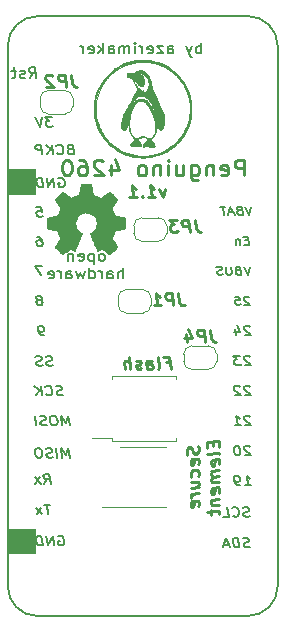
<source format=gbo>
G04 #@! TF.GenerationSoftware,KiCad,Pcbnew,(5.1.5)-2*
G04 #@! TF.CreationDate,2019-12-16T23:28:57+01:00*
G04 #@! TF.ProjectId,Penguino-Feather-4260-v1,50656e67-7569-46e6-9f2d-466561746865,1.1*
G04 #@! TF.SameCoordinates,Original*
G04 #@! TF.FileFunction,Legend,Bot*
G04 #@! TF.FilePolarity,Positive*
%FSLAX46Y46*%
G04 Gerber Fmt 4.6, Leading zero omitted, Abs format (unit mm)*
G04 Created by KiCad (PCBNEW (5.1.5)-2) date 2019-12-16 23:28:57*
%MOMM*%
%LPD*%
G04 APERTURE LIST*
%ADD10C,0.100000*%
%ADD11C,0.200000*%
%ADD12C,0.250000*%
%ADD13C,0.187500*%
%ADD14C,0.175000*%
%ADD15C,0.150000*%
%ADD16C,0.010000*%
%ADD17C,0.120000*%
G04 APERTURE END LIST*
D10*
G36*
X126736000Y-83630000D02*
G01*
X124590000Y-83630000D01*
X124590000Y-81530000D01*
X126736000Y-81530000D01*
X126736000Y-83630000D01*
G37*
X126736000Y-83630000D02*
X124590000Y-83630000D01*
X124590000Y-81530000D01*
X126736000Y-81530000D01*
X126736000Y-83630000D01*
G36*
X126736000Y-114080000D02*
G01*
X124590000Y-114080000D01*
X124590000Y-111980000D01*
X126736000Y-111980000D01*
X126736000Y-114080000D01*
G37*
X126736000Y-114080000D02*
X124590000Y-114080000D01*
X124590000Y-111980000D01*
X126736000Y-111980000D01*
X126736000Y-114080000D01*
D11*
X140861904Y-71747142D02*
X140861904Y-70847142D01*
X140861904Y-71190000D02*
X140766666Y-71147142D01*
X140576190Y-71147142D01*
X140480952Y-71190000D01*
X140433333Y-71232857D01*
X140385714Y-71318571D01*
X140385714Y-71575714D01*
X140433333Y-71661428D01*
X140480952Y-71704285D01*
X140576190Y-71747142D01*
X140766666Y-71747142D01*
X140861904Y-71704285D01*
X140052380Y-71147142D02*
X139814285Y-71747142D01*
X139576190Y-71147142D02*
X139814285Y-71747142D01*
X139909523Y-71961428D01*
X139957142Y-72004285D01*
X140052380Y-72047142D01*
X138004761Y-71747142D02*
X138004761Y-71275714D01*
X138052380Y-71190000D01*
X138147619Y-71147142D01*
X138338095Y-71147142D01*
X138433333Y-71190000D01*
X138004761Y-71704285D02*
X138100000Y-71747142D01*
X138338095Y-71747142D01*
X138433333Y-71704285D01*
X138480952Y-71618571D01*
X138480952Y-71532857D01*
X138433333Y-71447142D01*
X138338095Y-71404285D01*
X138100000Y-71404285D01*
X138004761Y-71361428D01*
X137623809Y-71147142D02*
X137100000Y-71147142D01*
X137623809Y-71747142D01*
X137100000Y-71747142D01*
X136338095Y-71704285D02*
X136433333Y-71747142D01*
X136623809Y-71747142D01*
X136719047Y-71704285D01*
X136766666Y-71618571D01*
X136766666Y-71275714D01*
X136719047Y-71190000D01*
X136623809Y-71147142D01*
X136433333Y-71147142D01*
X136338095Y-71190000D01*
X136290476Y-71275714D01*
X136290476Y-71361428D01*
X136766666Y-71447142D01*
X135861904Y-71747142D02*
X135861904Y-71147142D01*
X135861904Y-71318571D02*
X135814285Y-71232857D01*
X135766666Y-71190000D01*
X135671428Y-71147142D01*
X135576190Y-71147142D01*
X135242857Y-71747142D02*
X135242857Y-71147142D01*
X135242857Y-70847142D02*
X135290476Y-70890000D01*
X135242857Y-70932857D01*
X135195238Y-70890000D01*
X135242857Y-70847142D01*
X135242857Y-70932857D01*
X134766666Y-71747142D02*
X134766666Y-71147142D01*
X134766666Y-71232857D02*
X134719047Y-71190000D01*
X134623809Y-71147142D01*
X134480952Y-71147142D01*
X134385714Y-71190000D01*
X134338095Y-71275714D01*
X134338095Y-71747142D01*
X134338095Y-71275714D02*
X134290476Y-71190000D01*
X134195238Y-71147142D01*
X134052380Y-71147142D01*
X133957142Y-71190000D01*
X133909523Y-71275714D01*
X133909523Y-71747142D01*
X133004761Y-71747142D02*
X133004761Y-71275714D01*
X133052380Y-71190000D01*
X133147619Y-71147142D01*
X133338095Y-71147142D01*
X133433333Y-71190000D01*
X133004761Y-71704285D02*
X133100000Y-71747142D01*
X133338095Y-71747142D01*
X133433333Y-71704285D01*
X133480952Y-71618571D01*
X133480952Y-71532857D01*
X133433333Y-71447142D01*
X133338095Y-71404285D01*
X133100000Y-71404285D01*
X133004761Y-71361428D01*
X132528571Y-71747142D02*
X132528571Y-70847142D01*
X132433333Y-71404285D02*
X132147619Y-71747142D01*
X132147619Y-71147142D02*
X132528571Y-71490000D01*
X131338095Y-71704285D02*
X131433333Y-71747142D01*
X131623809Y-71747142D01*
X131719047Y-71704285D01*
X131766666Y-71618571D01*
X131766666Y-71275714D01*
X131719047Y-71190000D01*
X131623809Y-71147142D01*
X131433333Y-71147142D01*
X131338095Y-71190000D01*
X131290476Y-71275714D01*
X131290476Y-71361428D01*
X131766666Y-71447142D01*
X130861904Y-71747142D02*
X130861904Y-71147142D01*
X130861904Y-71318571D02*
X130814285Y-71232857D01*
X130766666Y-71190000D01*
X130671428Y-71147142D01*
X130576190Y-71147142D01*
D12*
X137771071Y-83245714D02*
X137592500Y-83912380D01*
X137247261Y-83245714D01*
X136335357Y-83912380D02*
X136963928Y-83912380D01*
X136649642Y-83912380D02*
X136524642Y-82912380D01*
X136647261Y-83055238D01*
X136763928Y-83150476D01*
X136874642Y-83198095D01*
X135852023Y-83817142D02*
X135805595Y-83864761D01*
X135863928Y-83912380D01*
X135910357Y-83864761D01*
X135852023Y-83817142D01*
X135863928Y-83912380D01*
X134763928Y-83912380D02*
X135392500Y-83912380D01*
X135078214Y-83912380D02*
X134953214Y-82912380D01*
X135075833Y-83055238D01*
X135192500Y-83150476D01*
X135303214Y-83198095D01*
D13*
X132504761Y-89293273D02*
X132600000Y-89252797D01*
X132647619Y-89212321D01*
X132695238Y-89131369D01*
X132695238Y-88888511D01*
X132647619Y-88807559D01*
X132600000Y-88767083D01*
X132504761Y-88726607D01*
X132361904Y-88726607D01*
X132266666Y-88767083D01*
X132219047Y-88807559D01*
X132171428Y-88888511D01*
X132171428Y-89131369D01*
X132219047Y-89212321D01*
X132266666Y-89252797D01*
X132361904Y-89293273D01*
X132504761Y-89293273D01*
X131742857Y-88726607D02*
X131742857Y-89576607D01*
X131742857Y-88767083D02*
X131647619Y-88726607D01*
X131457142Y-88726607D01*
X131361904Y-88767083D01*
X131314285Y-88807559D01*
X131266666Y-88888511D01*
X131266666Y-89131369D01*
X131314285Y-89212321D01*
X131361904Y-89252797D01*
X131457142Y-89293273D01*
X131647619Y-89293273D01*
X131742857Y-89252797D01*
X130457142Y-89252797D02*
X130552380Y-89293273D01*
X130742857Y-89293273D01*
X130838095Y-89252797D01*
X130885714Y-89171845D01*
X130885714Y-88848035D01*
X130838095Y-88767083D01*
X130742857Y-88726607D01*
X130552380Y-88726607D01*
X130457142Y-88767083D01*
X130409523Y-88848035D01*
X130409523Y-88928988D01*
X130885714Y-89009940D01*
X129980952Y-88726607D02*
X129980952Y-89293273D01*
X129980952Y-88807559D02*
X129933333Y-88767083D01*
X129838095Y-88726607D01*
X129695238Y-88726607D01*
X129600000Y-88767083D01*
X129552380Y-88848035D01*
X129552380Y-89293273D01*
X134242857Y-90755773D02*
X134242857Y-89905773D01*
X133814285Y-90755773D02*
X133814285Y-90310535D01*
X133861904Y-90229583D01*
X133957142Y-90189107D01*
X134100000Y-90189107D01*
X134195238Y-90229583D01*
X134242857Y-90270059D01*
X132909523Y-90755773D02*
X132909523Y-90310535D01*
X132957142Y-90229583D01*
X133052380Y-90189107D01*
X133242857Y-90189107D01*
X133338095Y-90229583D01*
X132909523Y-90715297D02*
X133004761Y-90755773D01*
X133242857Y-90755773D01*
X133338095Y-90715297D01*
X133385714Y-90634345D01*
X133385714Y-90553392D01*
X133338095Y-90472440D01*
X133242857Y-90431964D01*
X133004761Y-90431964D01*
X132909523Y-90391488D01*
X132433333Y-90755773D02*
X132433333Y-90189107D01*
X132433333Y-90351011D02*
X132385714Y-90270059D01*
X132338095Y-90229583D01*
X132242857Y-90189107D01*
X132147619Y-90189107D01*
X131385714Y-90755773D02*
X131385714Y-89905773D01*
X131385714Y-90715297D02*
X131480952Y-90755773D01*
X131671428Y-90755773D01*
X131766666Y-90715297D01*
X131814285Y-90674821D01*
X131861904Y-90593869D01*
X131861904Y-90351011D01*
X131814285Y-90270059D01*
X131766666Y-90229583D01*
X131671428Y-90189107D01*
X131480952Y-90189107D01*
X131385714Y-90229583D01*
X131004761Y-90189107D02*
X130814285Y-90755773D01*
X130623809Y-90351011D01*
X130433333Y-90755773D01*
X130242857Y-90189107D01*
X129433333Y-90755773D02*
X129433333Y-90310535D01*
X129480952Y-90229583D01*
X129576190Y-90189107D01*
X129766666Y-90189107D01*
X129861904Y-90229583D01*
X129433333Y-90715297D02*
X129528571Y-90755773D01*
X129766666Y-90755773D01*
X129861904Y-90715297D01*
X129909523Y-90634345D01*
X129909523Y-90553392D01*
X129861904Y-90472440D01*
X129766666Y-90431964D01*
X129528571Y-90431964D01*
X129433333Y-90391488D01*
X128957142Y-90755773D02*
X128957142Y-90189107D01*
X128957142Y-90351011D02*
X128909523Y-90270059D01*
X128861904Y-90229583D01*
X128766666Y-90189107D01*
X128671428Y-90189107D01*
X127957142Y-90715297D02*
X128052380Y-90755773D01*
X128242857Y-90755773D01*
X128338095Y-90715297D01*
X128385714Y-90634345D01*
X128385714Y-90310535D01*
X128338095Y-90229583D01*
X128242857Y-90189107D01*
X128052380Y-90189107D01*
X127957142Y-90229583D01*
X127909523Y-90310535D01*
X127909523Y-90391488D01*
X128385714Y-90472440D01*
X128171186Y-77161904D02*
X127614043Y-77161904D01*
X127952139Y-77466666D01*
X127823567Y-77466666D01*
X127742615Y-77504761D01*
X127704520Y-77542857D01*
X127671186Y-77619047D01*
X127694996Y-77809523D01*
X127747377Y-77885714D01*
X127794996Y-77923809D01*
X127885472Y-77961904D01*
X128142615Y-77961904D01*
X128223567Y-77923809D01*
X128261662Y-77885714D01*
X127356901Y-77161904D02*
X127156901Y-77961904D01*
X126756901Y-77161904D01*
D14*
X145066462Y-84706666D02*
X144887296Y-85406666D01*
X144533129Y-84706666D01*
X144041462Y-85040000D02*
X143931343Y-85073333D01*
X143897415Y-85106666D01*
X143867653Y-85173333D01*
X143880153Y-85273333D01*
X143926581Y-85340000D01*
X143968843Y-85373333D01*
X144049200Y-85406666D01*
X144353962Y-85406666D01*
X144266462Y-84706666D01*
X143999796Y-84706666D01*
X143927772Y-84740000D01*
X143893843Y-84773333D01*
X143864081Y-84840000D01*
X143872415Y-84906666D01*
X143918843Y-84973333D01*
X143961105Y-85006666D01*
X144041462Y-85040000D01*
X144308129Y-85040000D01*
X143567058Y-85206666D02*
X143186105Y-85206666D01*
X143668248Y-85406666D02*
X143314081Y-84706666D01*
X143134915Y-85406666D01*
X142895034Y-84706666D02*
X142437891Y-84706666D01*
X142753962Y-85406666D02*
X142666462Y-84706666D01*
D13*
X126325204Y-73827142D02*
X126604966Y-73398571D01*
X126896633Y-73827142D02*
X126784133Y-72927142D01*
X126403180Y-72927142D01*
X126313299Y-72970000D01*
X126271037Y-73012857D01*
X126234133Y-73098571D01*
X126250204Y-73227142D01*
X126308537Y-73312857D01*
X126361514Y-73355714D01*
X126462109Y-73398571D01*
X126843061Y-73398571D01*
X125938895Y-73784285D02*
X125849014Y-73827142D01*
X125658537Y-73827142D01*
X125557942Y-73784285D01*
X125499609Y-73698571D01*
X125494252Y-73655714D01*
X125531156Y-73570000D01*
X125621037Y-73527142D01*
X125763895Y-73527142D01*
X125853776Y-73484285D01*
X125890680Y-73398571D01*
X125885323Y-73355714D01*
X125826990Y-73270000D01*
X125726395Y-73227142D01*
X125583537Y-73227142D01*
X125493656Y-73270000D01*
X125154966Y-73227142D02*
X124774014Y-73227142D01*
X124974609Y-72927142D02*
X125071037Y-73698571D01*
X125034133Y-73784285D01*
X124944252Y-73827142D01*
X124849014Y-73827142D01*
X129728805Y-79862857D02*
X129604996Y-79900952D01*
X129566901Y-79939047D01*
X129533567Y-80015238D01*
X129547853Y-80129523D01*
X129600234Y-80205714D01*
X129647853Y-80243809D01*
X129738329Y-80281904D01*
X130081186Y-80281904D01*
X129981186Y-79481904D01*
X129681186Y-79481904D01*
X129600234Y-79520000D01*
X129562139Y-79558095D01*
X129528805Y-79634285D01*
X129538329Y-79710476D01*
X129590710Y-79786666D01*
X129638329Y-79824761D01*
X129728805Y-79862857D01*
X130028805Y-79862857D01*
X128657377Y-80205714D02*
X128704996Y-80243809D01*
X128838329Y-80281904D01*
X128924043Y-80281904D01*
X129047853Y-80243809D01*
X129124043Y-80167619D01*
X129157377Y-80091428D01*
X129181186Y-79939047D01*
X129166901Y-79824761D01*
X129104996Y-79672380D01*
X129052615Y-79596190D01*
X128957377Y-79520000D01*
X128824043Y-79481904D01*
X128738329Y-79481904D01*
X128614520Y-79520000D01*
X128576424Y-79558095D01*
X128281186Y-80281904D02*
X128181186Y-79481904D01*
X127766901Y-80281904D02*
X128095472Y-79824761D01*
X127666901Y-79481904D02*
X128238329Y-79939047D01*
X127381186Y-80281904D02*
X127281186Y-79481904D01*
X126938329Y-79481904D01*
X126857377Y-79520000D01*
X126819281Y-79558095D01*
X126785948Y-79634285D01*
X126800234Y-79748571D01*
X126852615Y-79824761D01*
X126900234Y-79862857D01*
X126990710Y-79900952D01*
X127333567Y-79900952D01*
X128745948Y-82300000D02*
X128826901Y-82261904D01*
X128955472Y-82261904D01*
X129088805Y-82300000D01*
X129184043Y-82376190D01*
X129236424Y-82452380D01*
X129298329Y-82604761D01*
X129312615Y-82719047D01*
X129288805Y-82871428D01*
X129255472Y-82947619D01*
X129179281Y-83023809D01*
X129055472Y-83061904D01*
X128969758Y-83061904D01*
X128836424Y-83023809D01*
X128788805Y-82985714D01*
X128755472Y-82719047D01*
X128926901Y-82719047D01*
X128412615Y-83061904D02*
X128312615Y-82261904D01*
X127898329Y-83061904D01*
X127798329Y-82261904D01*
X127469758Y-83061904D02*
X127369758Y-82261904D01*
X127155472Y-82261904D01*
X127031662Y-82300000D01*
X126955472Y-82376190D01*
X126922139Y-82452380D01*
X126898329Y-82604761D01*
X126912615Y-82719047D01*
X126974520Y-82871428D01*
X127026901Y-82947619D01*
X127122139Y-83023809D01*
X127255472Y-83061904D01*
X127469758Y-83061904D01*
X126871186Y-84761904D02*
X127299758Y-84761904D01*
X127390234Y-85142857D01*
X127342615Y-85104761D01*
X127252139Y-85066666D01*
X127037853Y-85066666D01*
X126956901Y-85104761D01*
X126918805Y-85142857D01*
X126885472Y-85219047D01*
X126909281Y-85409523D01*
X126961662Y-85485714D01*
X127009281Y-85523809D01*
X127099758Y-85561904D01*
X127314043Y-85561904D01*
X127394996Y-85523809D01*
X127433091Y-85485714D01*
X126914043Y-87261904D02*
X127085472Y-87261904D01*
X127175948Y-87300000D01*
X127223567Y-87338095D01*
X127323567Y-87452380D01*
X127385472Y-87604761D01*
X127423567Y-87909523D01*
X127390234Y-87985714D01*
X127352139Y-88023809D01*
X127271186Y-88061904D01*
X127099758Y-88061904D01*
X127009281Y-88023809D01*
X126961662Y-87985714D01*
X126909281Y-87909523D01*
X126885472Y-87719047D01*
X126918805Y-87642857D01*
X126956901Y-87604761D01*
X127037853Y-87566666D01*
X127209281Y-87566666D01*
X127299758Y-87604761D01*
X127347377Y-87642857D01*
X127399758Y-87719047D01*
X127385472Y-89731904D02*
X126785472Y-89731904D01*
X127271186Y-90531904D01*
X127214043Y-92604761D02*
X127294996Y-92566666D01*
X127333091Y-92528571D01*
X127366424Y-92452380D01*
X127361662Y-92414285D01*
X127309281Y-92338095D01*
X127261662Y-92300000D01*
X127171186Y-92261904D01*
X126999758Y-92261904D01*
X126918805Y-92300000D01*
X126880710Y-92338095D01*
X126847377Y-92414285D01*
X126852139Y-92452380D01*
X126904520Y-92528571D01*
X126952139Y-92566666D01*
X127042615Y-92604761D01*
X127214043Y-92604761D01*
X127304520Y-92642857D01*
X127352139Y-92680952D01*
X127404520Y-92757142D01*
X127423567Y-92909523D01*
X127390234Y-92985714D01*
X127352139Y-93023809D01*
X127271186Y-93061904D01*
X127099758Y-93061904D01*
X127009281Y-93023809D01*
X126961662Y-92985714D01*
X126909281Y-92909523D01*
X126890234Y-92757142D01*
X126923567Y-92680952D01*
X126961662Y-92642857D01*
X127042615Y-92604761D01*
X127510901Y-95611904D02*
X127339472Y-95611904D01*
X127248996Y-95573809D01*
X127201377Y-95535714D01*
X127101377Y-95421428D01*
X127039472Y-95269047D01*
X127001377Y-94964285D01*
X127034710Y-94888095D01*
X127072805Y-94850000D01*
X127153758Y-94811904D01*
X127325186Y-94811904D01*
X127415662Y-94850000D01*
X127463281Y-94888095D01*
X127515662Y-94964285D01*
X127539472Y-95154761D01*
X127506139Y-95230952D01*
X127468043Y-95269047D01*
X127387091Y-95307142D01*
X127215662Y-95307142D01*
X127125186Y-95269047D01*
X127077567Y-95230952D01*
X127025186Y-95154761D01*
X128274424Y-98148809D02*
X128150615Y-98186904D01*
X127936329Y-98186904D01*
X127845853Y-98148809D01*
X127798234Y-98110714D01*
X127745853Y-98034523D01*
X127736329Y-97958333D01*
X127769662Y-97882142D01*
X127807758Y-97844047D01*
X127888710Y-97805952D01*
X128055377Y-97767857D01*
X128136329Y-97729761D01*
X128174424Y-97691666D01*
X128207758Y-97615476D01*
X128198234Y-97539285D01*
X128145853Y-97463095D01*
X128098234Y-97425000D01*
X128007758Y-97386904D01*
X127793472Y-97386904D01*
X127669662Y-97425000D01*
X127417281Y-98148809D02*
X127293472Y-98186904D01*
X127079186Y-98186904D01*
X126988710Y-98148809D01*
X126941091Y-98110714D01*
X126888710Y-98034523D01*
X126879186Y-97958333D01*
X126912520Y-97882142D01*
X126950615Y-97844047D01*
X127031567Y-97805952D01*
X127198234Y-97767857D01*
X127279186Y-97729761D01*
X127317281Y-97691666D01*
X127350615Y-97615476D01*
X127341091Y-97539285D01*
X127288710Y-97463095D01*
X127241091Y-97425000D01*
X127150615Y-97386904D01*
X126936329Y-97386904D01*
X126812520Y-97425000D01*
X129137853Y-100653809D02*
X129014043Y-100691904D01*
X128799758Y-100691904D01*
X128709281Y-100653809D01*
X128661662Y-100615714D01*
X128609281Y-100539523D01*
X128599758Y-100463333D01*
X128633091Y-100387142D01*
X128671186Y-100349047D01*
X128752139Y-100310952D01*
X128918805Y-100272857D01*
X128999758Y-100234761D01*
X129037853Y-100196666D01*
X129071186Y-100120476D01*
X129061662Y-100044285D01*
X129009281Y-99968095D01*
X128961662Y-99930000D01*
X128871186Y-99891904D01*
X128656901Y-99891904D01*
X128533091Y-99930000D01*
X127718805Y-100615714D02*
X127766424Y-100653809D01*
X127899758Y-100691904D01*
X127985472Y-100691904D01*
X128109281Y-100653809D01*
X128185472Y-100577619D01*
X128218805Y-100501428D01*
X128242615Y-100349047D01*
X128228329Y-100234761D01*
X128166424Y-100082380D01*
X128114043Y-100006190D01*
X128018805Y-99930000D01*
X127885472Y-99891904D01*
X127799758Y-99891904D01*
X127675948Y-99930000D01*
X127637853Y-99968095D01*
X127342615Y-100691904D02*
X127242615Y-99891904D01*
X126828329Y-100691904D02*
X127156901Y-100234761D01*
X126728329Y-99891904D02*
X127299758Y-100349047D01*
X129699758Y-103231904D02*
X129599758Y-102431904D01*
X129371186Y-103003333D01*
X128999758Y-102431904D01*
X129099758Y-103231904D01*
X128399758Y-102431904D02*
X128228329Y-102431904D01*
X128147377Y-102470000D01*
X128071186Y-102546190D01*
X128047377Y-102698571D01*
X128080710Y-102965238D01*
X128142615Y-103117619D01*
X128237853Y-103193809D01*
X128328329Y-103231904D01*
X128499758Y-103231904D01*
X128580710Y-103193809D01*
X128656901Y-103117619D01*
X128680710Y-102965238D01*
X128647377Y-102698571D01*
X128585472Y-102546190D01*
X128490234Y-102470000D01*
X128399758Y-102431904D01*
X127766424Y-103193809D02*
X127642615Y-103231904D01*
X127428329Y-103231904D01*
X127337853Y-103193809D01*
X127290234Y-103155714D01*
X127237853Y-103079523D01*
X127228329Y-103003333D01*
X127261662Y-102927142D01*
X127299758Y-102889047D01*
X127380710Y-102850952D01*
X127547377Y-102812857D01*
X127628329Y-102774761D01*
X127666424Y-102736666D01*
X127699758Y-102660476D01*
X127690234Y-102584285D01*
X127637853Y-102508095D01*
X127590234Y-102470000D01*
X127499758Y-102431904D01*
X127285472Y-102431904D01*
X127161662Y-102470000D01*
X126871186Y-103231904D02*
X126771186Y-102431904D01*
X129699758Y-105961904D02*
X129599758Y-105161904D01*
X129371186Y-105733333D01*
X128999758Y-105161904D01*
X129099758Y-105961904D01*
X128671186Y-105961904D02*
X128571186Y-105161904D01*
X128280710Y-105923809D02*
X128156901Y-105961904D01*
X127942615Y-105961904D01*
X127852139Y-105923809D01*
X127804520Y-105885714D01*
X127752139Y-105809523D01*
X127742615Y-105733333D01*
X127775948Y-105657142D01*
X127814043Y-105619047D01*
X127894996Y-105580952D01*
X128061662Y-105542857D01*
X128142615Y-105504761D01*
X128180710Y-105466666D01*
X128214043Y-105390476D01*
X128204520Y-105314285D01*
X128152139Y-105238095D01*
X128104520Y-105200000D01*
X128014043Y-105161904D01*
X127799758Y-105161904D01*
X127675948Y-105200000D01*
X127114043Y-105161904D02*
X126942615Y-105161904D01*
X126861662Y-105200000D01*
X126785472Y-105276190D01*
X126761662Y-105428571D01*
X126794996Y-105695238D01*
X126856901Y-105847619D01*
X126952139Y-105923809D01*
X127042615Y-105961904D01*
X127214043Y-105961904D01*
X127294996Y-105923809D01*
X127371186Y-105847619D01*
X127394996Y-105695238D01*
X127361662Y-105428571D01*
X127299758Y-105276190D01*
X127204520Y-105200000D01*
X127114043Y-105161904D01*
X127571186Y-108161904D02*
X127823567Y-107780952D01*
X128085472Y-108161904D02*
X127985472Y-107361904D01*
X127642615Y-107361904D01*
X127561662Y-107400000D01*
X127523567Y-107438095D01*
X127490234Y-107514285D01*
X127504520Y-107628571D01*
X127556901Y-107704761D01*
X127604520Y-107742857D01*
X127694996Y-107780952D01*
X128037853Y-107780952D01*
X127271186Y-108161904D02*
X126733091Y-107628571D01*
X127204520Y-107628571D02*
X126799758Y-108161904D01*
X128006901Y-109961904D02*
X127492615Y-109961904D01*
X127849758Y-110761904D02*
X127749758Y-109961904D01*
X127378329Y-110761904D02*
X126840234Y-110228571D01*
X127311662Y-110228571D02*
X126906901Y-110761904D01*
X128691948Y-112630000D02*
X128772901Y-112591904D01*
X128901472Y-112591904D01*
X129034805Y-112630000D01*
X129130043Y-112706190D01*
X129182424Y-112782380D01*
X129244329Y-112934761D01*
X129258615Y-113049047D01*
X129234805Y-113201428D01*
X129201472Y-113277619D01*
X129125281Y-113353809D01*
X129001472Y-113391904D01*
X128915758Y-113391904D01*
X128782424Y-113353809D01*
X128734805Y-113315714D01*
X128701472Y-113049047D01*
X128872901Y-113049047D01*
X128358615Y-113391904D02*
X128258615Y-112591904D01*
X127844329Y-113391904D01*
X127744329Y-112591904D01*
X127415758Y-113391904D02*
X127315758Y-112591904D01*
X127101472Y-112591904D01*
X126977662Y-112630000D01*
X126901472Y-112706190D01*
X126868139Y-112782380D01*
X126844329Y-112934761D01*
X126858615Y-113049047D01*
X126920520Y-113201428D01*
X126972901Y-113277619D01*
X127068139Y-113353809D01*
X127201472Y-113391904D01*
X127415758Y-113391904D01*
X144973567Y-113523809D02*
X144849758Y-113561904D01*
X144635472Y-113561904D01*
X144544996Y-113523809D01*
X144497377Y-113485714D01*
X144444996Y-113409523D01*
X144435472Y-113333333D01*
X144468805Y-113257142D01*
X144506901Y-113219047D01*
X144587853Y-113180952D01*
X144754520Y-113142857D01*
X144835472Y-113104761D01*
X144873567Y-113066666D01*
X144906901Y-112990476D01*
X144897377Y-112914285D01*
X144844996Y-112838095D01*
X144797377Y-112800000D01*
X144706901Y-112761904D01*
X144492615Y-112761904D01*
X144368805Y-112800000D01*
X144078329Y-113561904D02*
X143978329Y-112761904D01*
X143764043Y-112761904D01*
X143640234Y-112800000D01*
X143564043Y-112876190D01*
X143530710Y-112952380D01*
X143506901Y-113104761D01*
X143521186Y-113219047D01*
X143583091Y-113371428D01*
X143635472Y-113447619D01*
X143730710Y-113523809D01*
X143864043Y-113561904D01*
X144078329Y-113561904D01*
X143192615Y-113333333D02*
X142764043Y-113333333D01*
X143306901Y-113561904D02*
X142906901Y-112761904D01*
X142706901Y-113561904D01*
X144952139Y-110923809D02*
X144828329Y-110961904D01*
X144614043Y-110961904D01*
X144523567Y-110923809D01*
X144475948Y-110885714D01*
X144423567Y-110809523D01*
X144414043Y-110733333D01*
X144447377Y-110657142D01*
X144485472Y-110619047D01*
X144566424Y-110580952D01*
X144733091Y-110542857D01*
X144814043Y-110504761D01*
X144852139Y-110466666D01*
X144885472Y-110390476D01*
X144875948Y-110314285D01*
X144823567Y-110238095D01*
X144775948Y-110200000D01*
X144685472Y-110161904D01*
X144471186Y-110161904D01*
X144347377Y-110200000D01*
X143533091Y-110885714D02*
X143580710Y-110923809D01*
X143714043Y-110961904D01*
X143799758Y-110961904D01*
X143923567Y-110923809D01*
X143999758Y-110847619D01*
X144033091Y-110771428D01*
X144056901Y-110619047D01*
X144042615Y-110504761D01*
X143980710Y-110352380D01*
X143928329Y-110276190D01*
X143833091Y-110200000D01*
X143699758Y-110161904D01*
X143614043Y-110161904D01*
X143490234Y-110200000D01*
X143452139Y-110238095D01*
X142728329Y-110961904D02*
X143156901Y-110961904D01*
X143056901Y-110161904D01*
X144528901Y-108311904D02*
X145043186Y-108311904D01*
X144786043Y-108311904D02*
X144686043Y-107511904D01*
X144786043Y-107626190D01*
X144881281Y-107702380D01*
X144971758Y-107740476D01*
X144100329Y-108311904D02*
X143928901Y-108311904D01*
X143838424Y-108273809D01*
X143790805Y-108235714D01*
X143690805Y-108121428D01*
X143628901Y-107969047D01*
X143590805Y-107664285D01*
X143624139Y-107588095D01*
X143662234Y-107550000D01*
X143743186Y-107511904D01*
X143914615Y-107511904D01*
X144005091Y-107550000D01*
X144052710Y-107588095D01*
X144105091Y-107664285D01*
X144128901Y-107854761D01*
X144095567Y-107930952D01*
X144057472Y-107969047D01*
X143976520Y-108007142D01*
X143805091Y-108007142D01*
X143714615Y-107969047D01*
X143666996Y-107930952D01*
X143614615Y-107854761D01*
X144952710Y-105048095D02*
X144905091Y-105010000D01*
X144814615Y-104971904D01*
X144600329Y-104971904D01*
X144519377Y-105010000D01*
X144481281Y-105048095D01*
X144447948Y-105124285D01*
X144457472Y-105200476D01*
X144514615Y-105314761D01*
X145086043Y-105771904D01*
X144528901Y-105771904D01*
X143871758Y-104971904D02*
X143786043Y-104971904D01*
X143705091Y-105010000D01*
X143666996Y-105048095D01*
X143633662Y-105124285D01*
X143609853Y-105276666D01*
X143633662Y-105467142D01*
X143695567Y-105619523D01*
X143747948Y-105695714D01*
X143795567Y-105733809D01*
X143886043Y-105771904D01*
X143971758Y-105771904D01*
X144052710Y-105733809D01*
X144090805Y-105695714D01*
X144124139Y-105619523D01*
X144147948Y-105467142D01*
X144124139Y-105276666D01*
X144062234Y-105124285D01*
X144009853Y-105048095D01*
X143962234Y-105010000D01*
X143871758Y-104971904D01*
X144952710Y-102508095D02*
X144905091Y-102470000D01*
X144814615Y-102431904D01*
X144600329Y-102431904D01*
X144519377Y-102470000D01*
X144481281Y-102508095D01*
X144447948Y-102584285D01*
X144457472Y-102660476D01*
X144514615Y-102774761D01*
X145086043Y-103231904D01*
X144528901Y-103231904D01*
X143671758Y-103231904D02*
X144186043Y-103231904D01*
X143928901Y-103231904D02*
X143828901Y-102431904D01*
X143928901Y-102546190D01*
X144024139Y-102622380D01*
X144114615Y-102660476D01*
X144952710Y-99968095D02*
X144905091Y-99930000D01*
X144814615Y-99891904D01*
X144600329Y-99891904D01*
X144519377Y-99930000D01*
X144481281Y-99968095D01*
X144447948Y-100044285D01*
X144457472Y-100120476D01*
X144514615Y-100234761D01*
X145086043Y-100691904D01*
X144528901Y-100691904D01*
X144095567Y-99968095D02*
X144047948Y-99930000D01*
X143957472Y-99891904D01*
X143743186Y-99891904D01*
X143662234Y-99930000D01*
X143624139Y-99968095D01*
X143590805Y-100044285D01*
X143600329Y-100120476D01*
X143657472Y-100234761D01*
X144228901Y-100691904D01*
X143671758Y-100691904D01*
X144952710Y-97428095D02*
X144905091Y-97390000D01*
X144814615Y-97351904D01*
X144600329Y-97351904D01*
X144519377Y-97390000D01*
X144481281Y-97428095D01*
X144447948Y-97504285D01*
X144457472Y-97580476D01*
X144514615Y-97694761D01*
X145086043Y-98151904D01*
X144528901Y-98151904D01*
X144128901Y-97351904D02*
X143571758Y-97351904D01*
X143909853Y-97656666D01*
X143781281Y-97656666D01*
X143700329Y-97694761D01*
X143662234Y-97732857D01*
X143628901Y-97809047D01*
X143652710Y-97999523D01*
X143705091Y-98075714D01*
X143752710Y-98113809D01*
X143843186Y-98151904D01*
X144100329Y-98151904D01*
X144181281Y-98113809D01*
X144219377Y-98075714D01*
X144952710Y-94888095D02*
X144905091Y-94850000D01*
X144814615Y-94811904D01*
X144600329Y-94811904D01*
X144519377Y-94850000D01*
X144481281Y-94888095D01*
X144447948Y-94964285D01*
X144457472Y-95040476D01*
X144514615Y-95154761D01*
X145086043Y-95611904D01*
X144528901Y-95611904D01*
X143690805Y-95078571D02*
X143757472Y-95611904D01*
X143866996Y-94773809D02*
X144152710Y-95345238D01*
X143595567Y-95345238D01*
D14*
X144878034Y-92393333D02*
X144835772Y-92360000D01*
X144755415Y-92326666D01*
X144564938Y-92326666D01*
X144492915Y-92360000D01*
X144458986Y-92393333D01*
X144429224Y-92460000D01*
X144437558Y-92526666D01*
X144488153Y-92626666D01*
X144995296Y-93026666D01*
X144500058Y-93026666D01*
X143688748Y-92326666D02*
X144069700Y-92326666D01*
X144149462Y-92660000D01*
X144107200Y-92626666D01*
X144026843Y-92593333D01*
X143836367Y-92593333D01*
X143764343Y-92626666D01*
X143730415Y-92660000D01*
X143700653Y-92726666D01*
X143721486Y-92893333D01*
X143767915Y-92960000D01*
X143810177Y-92993333D01*
X143890534Y-93026666D01*
X144081010Y-93026666D01*
X144153034Y-92993333D01*
X144186962Y-92960000D01*
X144964843Y-89786666D02*
X144785677Y-90486666D01*
X144431510Y-89786666D01*
X143939843Y-90120000D02*
X143829724Y-90153333D01*
X143795796Y-90186666D01*
X143766034Y-90253333D01*
X143778534Y-90353333D01*
X143824962Y-90420000D01*
X143867224Y-90453333D01*
X143947581Y-90486666D01*
X144252343Y-90486666D01*
X144164843Y-89786666D01*
X143898177Y-89786666D01*
X143826153Y-89820000D01*
X143792224Y-89853333D01*
X143762462Y-89920000D01*
X143770796Y-89986666D01*
X143817224Y-90053333D01*
X143859486Y-90086666D01*
X143939843Y-90120000D01*
X144206510Y-90120000D01*
X143364843Y-89786666D02*
X143435677Y-90353333D01*
X143405915Y-90420000D01*
X143371986Y-90453333D01*
X143299962Y-90486666D01*
X143147581Y-90486666D01*
X143067224Y-90453333D01*
X143024962Y-90420000D01*
X142978534Y-90353333D01*
X142907700Y-89786666D01*
X142648177Y-90453333D02*
X142538058Y-90486666D01*
X142347581Y-90486666D01*
X142267224Y-90453333D01*
X142224962Y-90420000D01*
X142178534Y-90353333D01*
X142170200Y-90286666D01*
X142199962Y-90220000D01*
X142233891Y-90186666D01*
X142305915Y-90153333D01*
X142454129Y-90120000D01*
X142526153Y-90086666D01*
X142560081Y-90053333D01*
X142589843Y-89986666D01*
X142581510Y-89920000D01*
X142535081Y-89853333D01*
X142492819Y-89820000D01*
X142412462Y-89786666D01*
X142221986Y-89786666D01*
X142111867Y-89820000D01*
X144835177Y-87580000D02*
X144568510Y-87580000D01*
X144500058Y-87946666D02*
X144881010Y-87946666D01*
X144793510Y-87246666D01*
X144412558Y-87246666D01*
X144098867Y-87480000D02*
X144157200Y-87946666D01*
X144107200Y-87546666D02*
X144064938Y-87513333D01*
X143984581Y-87480000D01*
X143870296Y-87480000D01*
X143798272Y-87513333D01*
X143768510Y-87580000D01*
X143814343Y-87946666D01*
D12*
X140569761Y-104991175D02*
X140617380Y-105142366D01*
X140617380Y-105404270D01*
X140569761Y-105514985D01*
X140522142Y-105573318D01*
X140426904Y-105637604D01*
X140331666Y-105649508D01*
X140236428Y-105609032D01*
X140188809Y-105562604D01*
X140141190Y-105463794D01*
X140093571Y-105260223D01*
X140045952Y-105161413D01*
X139998333Y-105114985D01*
X139903095Y-105074508D01*
X139807857Y-105086413D01*
X139712619Y-105150699D01*
X139665000Y-105209032D01*
X139617380Y-105319747D01*
X139617380Y-105581651D01*
X139665000Y-105732842D01*
X140569761Y-106510223D02*
X140617380Y-106399508D01*
X140617380Y-106189985D01*
X140569761Y-106091175D01*
X140474523Y-106050699D01*
X140093571Y-106098318D01*
X139998333Y-106162604D01*
X139950714Y-106273318D01*
X139950714Y-106482842D01*
X139998333Y-106581651D01*
X140093571Y-106622127D01*
X140188809Y-106610223D01*
X140284047Y-106074508D01*
X140569761Y-107505461D02*
X140617380Y-107394747D01*
X140617380Y-107185223D01*
X140569761Y-107086413D01*
X140522142Y-107039985D01*
X140426904Y-106999508D01*
X140141190Y-107035223D01*
X140045952Y-107099508D01*
X139998333Y-107157842D01*
X139950714Y-107268556D01*
X139950714Y-107478080D01*
X139998333Y-107576889D01*
X139950714Y-108525699D02*
X140617380Y-108442366D01*
X139950714Y-108054270D02*
X140474523Y-107988794D01*
X140569761Y-108029270D01*
X140617380Y-108128080D01*
X140617380Y-108285223D01*
X140569761Y-108395937D01*
X140522142Y-108454270D01*
X140617380Y-108966175D02*
X139950714Y-109049508D01*
X140141190Y-109025699D02*
X140045952Y-109089985D01*
X139998333Y-109148318D01*
X139950714Y-109259032D01*
X139950714Y-109363794D01*
X140569761Y-110072127D02*
X140617380Y-109961413D01*
X140617380Y-109751889D01*
X140569761Y-109653080D01*
X140474523Y-109612604D01*
X140093571Y-109660223D01*
X139998333Y-109724508D01*
X139950714Y-109835223D01*
X139950714Y-110044747D01*
X139998333Y-110143556D01*
X140093571Y-110184032D01*
X140188809Y-110172127D01*
X140284047Y-109636413D01*
X141843571Y-104605461D02*
X141843571Y-104972127D01*
X142367380Y-105063794D02*
X142367380Y-104539985D01*
X141367380Y-104664985D01*
X141367380Y-105188794D01*
X142367380Y-105692366D02*
X142319761Y-105593556D01*
X142224523Y-105553080D01*
X141367380Y-105660223D01*
X142319761Y-106536413D02*
X142367380Y-106425699D01*
X142367380Y-106216175D01*
X142319761Y-106117366D01*
X142224523Y-106076889D01*
X141843571Y-106124508D01*
X141748333Y-106188794D01*
X141700714Y-106299508D01*
X141700714Y-106509032D01*
X141748333Y-106607842D01*
X141843571Y-106648318D01*
X141938809Y-106636413D01*
X142034047Y-106100699D01*
X142367380Y-107054270D02*
X141700714Y-107137604D01*
X141795952Y-107125699D02*
X141748333Y-107184032D01*
X141700714Y-107294747D01*
X141700714Y-107451889D01*
X141748333Y-107550699D01*
X141843571Y-107591175D01*
X142367380Y-107525699D01*
X141843571Y-107591175D02*
X141748333Y-107655461D01*
X141700714Y-107766175D01*
X141700714Y-107923318D01*
X141748333Y-108022127D01*
X141843571Y-108062604D01*
X142367380Y-107997127D01*
X142319761Y-108945937D02*
X142367380Y-108835223D01*
X142367380Y-108625699D01*
X142319761Y-108526889D01*
X142224523Y-108486413D01*
X141843571Y-108534032D01*
X141748333Y-108598318D01*
X141700714Y-108709032D01*
X141700714Y-108918556D01*
X141748333Y-109017366D01*
X141843571Y-109057842D01*
X141938809Y-109045937D01*
X142034047Y-108510223D01*
X141700714Y-109547127D02*
X142367380Y-109463794D01*
X141795952Y-109535223D02*
X141748333Y-109593556D01*
X141700714Y-109704270D01*
X141700714Y-109861413D01*
X141748333Y-109960223D01*
X141843571Y-110000699D01*
X142367380Y-109935223D01*
X141700714Y-110385223D02*
X141700714Y-110804270D01*
X141367380Y-110584032D02*
X142224523Y-110476889D01*
X142319761Y-110517366D01*
X142367380Y-110616175D01*
X142367380Y-110720937D01*
X137824062Y-97898571D02*
X138190729Y-97898571D01*
X138256205Y-98422380D02*
X138131205Y-97422380D01*
X137607395Y-97422380D01*
X137156205Y-98422380D02*
X137255014Y-98374761D01*
X137295491Y-98279523D01*
X137188348Y-97422380D01*
X136265729Y-98422380D02*
X136200252Y-97898571D01*
X136240729Y-97803333D01*
X136339538Y-97755714D01*
X136549062Y-97755714D01*
X136659776Y-97803333D01*
X136259776Y-98374761D02*
X136370491Y-98422380D01*
X136632395Y-98422380D01*
X136731205Y-98374761D01*
X136771681Y-98279523D01*
X136759776Y-98184285D01*
X136695491Y-98089047D01*
X136584776Y-98041428D01*
X136322872Y-98041428D01*
X136212157Y-97993809D01*
X135788348Y-98374761D02*
X135689538Y-98422380D01*
X135480014Y-98422380D01*
X135369300Y-98374761D01*
X135305014Y-98279523D01*
X135299062Y-98231904D01*
X135339538Y-98136666D01*
X135438348Y-98089047D01*
X135595491Y-98089047D01*
X135694300Y-98041428D01*
X135734776Y-97946190D01*
X135728824Y-97898571D01*
X135664538Y-97803333D01*
X135553824Y-97755714D01*
X135396681Y-97755714D01*
X135297872Y-97803333D01*
X134851443Y-98422380D02*
X134726443Y-97422380D01*
X134380014Y-98422380D02*
X134314538Y-97898571D01*
X134355014Y-97803333D01*
X134453824Y-97755714D01*
X134610967Y-97755714D01*
X134721681Y-97803333D01*
X134780014Y-97850952D01*
X140289776Y-85842380D02*
X140379062Y-86556666D01*
X140449300Y-86699523D01*
X140565967Y-86794761D01*
X140729062Y-86842380D01*
X140833824Y-86842380D01*
X139890967Y-86842380D02*
X139765967Y-85842380D01*
X139346919Y-85842380D01*
X139248110Y-85890000D01*
X139201681Y-85937619D01*
X139161205Y-86032857D01*
X139179062Y-86175714D01*
X139243348Y-86270952D01*
X139301681Y-86318571D01*
X139412395Y-86366190D01*
X139831443Y-86366190D01*
X138770729Y-85842380D02*
X138089776Y-85842380D01*
X138504062Y-86223333D01*
X138346919Y-86223333D01*
X138248110Y-86270952D01*
X138201681Y-86318571D01*
X138161205Y-86413809D01*
X138190967Y-86651904D01*
X138255252Y-86747142D01*
X138313586Y-86794761D01*
X138424300Y-86842380D01*
X138738586Y-86842380D01*
X138837395Y-86794761D01*
X138883824Y-86747142D01*
X141589776Y-95142380D02*
X141679062Y-95856666D01*
X141749300Y-95999523D01*
X141865967Y-96094761D01*
X142029062Y-96142380D01*
X142133824Y-96142380D01*
X141190967Y-96142380D02*
X141065967Y-95142380D01*
X140646919Y-95142380D01*
X140548110Y-95190000D01*
X140501681Y-95237619D01*
X140461205Y-95332857D01*
X140479062Y-95475714D01*
X140543348Y-95570952D01*
X140601681Y-95618571D01*
X140712395Y-95666190D01*
X141131443Y-95666190D01*
X139536205Y-95475714D02*
X139619538Y-96142380D01*
X139750491Y-95094761D02*
X140101681Y-95809047D01*
X139420729Y-95809047D01*
X129809776Y-73552380D02*
X129899062Y-74266666D01*
X129969300Y-74409523D01*
X130085967Y-74504761D01*
X130249062Y-74552380D01*
X130353824Y-74552380D01*
X129410967Y-74552380D02*
X129285967Y-73552380D01*
X128866919Y-73552380D01*
X128768110Y-73600000D01*
X128721681Y-73647619D01*
X128681205Y-73742857D01*
X128699062Y-73885714D01*
X128763348Y-73980952D01*
X128821681Y-74028571D01*
X128932395Y-74076190D01*
X129351443Y-74076190D01*
X128250252Y-73647619D02*
X128191919Y-73600000D01*
X128081205Y-73552380D01*
X127819300Y-73552380D01*
X127720491Y-73600000D01*
X127674062Y-73647619D01*
X127633586Y-73742857D01*
X127645491Y-73838095D01*
X127715729Y-73980952D01*
X128415729Y-74552380D01*
X127734776Y-74552380D01*
X138889776Y-92062380D02*
X138979062Y-92776666D01*
X139049300Y-92919523D01*
X139165967Y-93014761D01*
X139329062Y-93062380D01*
X139433824Y-93062380D01*
X138490967Y-93062380D02*
X138365967Y-92062380D01*
X137946919Y-92062380D01*
X137848110Y-92110000D01*
X137801681Y-92157619D01*
X137761205Y-92252857D01*
X137779062Y-92395714D01*
X137843348Y-92490952D01*
X137901681Y-92538571D01*
X138012395Y-92586190D01*
X138431443Y-92586190D01*
X136814776Y-93062380D02*
X137443348Y-93062380D01*
X137129062Y-93062380D02*
X137004062Y-92062380D01*
X137126681Y-92205238D01*
X137243348Y-92300476D01*
X137354062Y-92348095D01*
X144464166Y-82068095D02*
X144464166Y-80768095D01*
X143930833Y-80768095D01*
X143797500Y-80830000D01*
X143730833Y-80891904D01*
X143664166Y-81015714D01*
X143664166Y-81201428D01*
X143730833Y-81325238D01*
X143797500Y-81387142D01*
X143930833Y-81449047D01*
X144464166Y-81449047D01*
X142530833Y-82006190D02*
X142664166Y-82068095D01*
X142930833Y-82068095D01*
X143064166Y-82006190D01*
X143130833Y-81882380D01*
X143130833Y-81387142D01*
X143064166Y-81263333D01*
X142930833Y-81201428D01*
X142664166Y-81201428D01*
X142530833Y-81263333D01*
X142464166Y-81387142D01*
X142464166Y-81510952D01*
X143130833Y-81634761D01*
X141864166Y-81201428D02*
X141864166Y-82068095D01*
X141864166Y-81325238D02*
X141797500Y-81263333D01*
X141664166Y-81201428D01*
X141464166Y-81201428D01*
X141330833Y-81263333D01*
X141264166Y-81387142D01*
X141264166Y-82068095D01*
X139997500Y-81201428D02*
X139997500Y-82253809D01*
X140064166Y-82377619D01*
X140130833Y-82439523D01*
X140264166Y-82501428D01*
X140464166Y-82501428D01*
X140597500Y-82439523D01*
X139997500Y-82006190D02*
X140130833Y-82068095D01*
X140397500Y-82068095D01*
X140530833Y-82006190D01*
X140597500Y-81944285D01*
X140664166Y-81820476D01*
X140664166Y-81449047D01*
X140597500Y-81325238D01*
X140530833Y-81263333D01*
X140397500Y-81201428D01*
X140130833Y-81201428D01*
X139997500Y-81263333D01*
X138730833Y-81201428D02*
X138730833Y-82068095D01*
X139330833Y-81201428D02*
X139330833Y-81882380D01*
X139264166Y-82006190D01*
X139130833Y-82068095D01*
X138930833Y-82068095D01*
X138797500Y-82006190D01*
X138730833Y-81944285D01*
X138064166Y-82068095D02*
X138064166Y-81201428D01*
X138064166Y-80768095D02*
X138130833Y-80830000D01*
X138064166Y-80891904D01*
X137997500Y-80830000D01*
X138064166Y-80768095D01*
X138064166Y-80891904D01*
X137397500Y-81201428D02*
X137397500Y-82068095D01*
X137397500Y-81325238D02*
X137330833Y-81263333D01*
X137197500Y-81201428D01*
X136997500Y-81201428D01*
X136864166Y-81263333D01*
X136797500Y-81387142D01*
X136797500Y-82068095D01*
X135930833Y-82068095D02*
X136064166Y-82006190D01*
X136130833Y-81944285D01*
X136197500Y-81820476D01*
X136197500Y-81449047D01*
X136130833Y-81325238D01*
X136064166Y-81263333D01*
X135930833Y-81201428D01*
X135730833Y-81201428D01*
X135597500Y-81263333D01*
X135530833Y-81325238D01*
X135464166Y-81449047D01*
X135464166Y-81820476D01*
X135530833Y-81944285D01*
X135597500Y-82006190D01*
X135730833Y-82068095D01*
X135930833Y-82068095D01*
X133197500Y-81201428D02*
X133197500Y-82068095D01*
X133530833Y-80706190D02*
X133864166Y-81634761D01*
X132997500Y-81634761D01*
X132530833Y-80891904D02*
X132464166Y-80830000D01*
X132330833Y-80768095D01*
X131997500Y-80768095D01*
X131864166Y-80830000D01*
X131797500Y-80891904D01*
X131730833Y-81015714D01*
X131730833Y-81139523D01*
X131797500Y-81325238D01*
X132597500Y-82068095D01*
X131730833Y-82068095D01*
X130530833Y-80768095D02*
X130797500Y-80768095D01*
X130930833Y-80830000D01*
X130997500Y-80891904D01*
X131130833Y-81077619D01*
X131197500Y-81325238D01*
X131197500Y-81820476D01*
X131130833Y-81944285D01*
X131064166Y-82006190D01*
X130930833Y-82068095D01*
X130664166Y-82068095D01*
X130530833Y-82006190D01*
X130464166Y-81944285D01*
X130397500Y-81820476D01*
X130397500Y-81510952D01*
X130464166Y-81387142D01*
X130530833Y-81325238D01*
X130664166Y-81263333D01*
X130930833Y-81263333D01*
X131064166Y-81325238D01*
X131130833Y-81387142D01*
X131197500Y-81510952D01*
X129530833Y-80768095D02*
X129397500Y-80768095D01*
X129264166Y-80830000D01*
X129197500Y-80891904D01*
X129130833Y-81015714D01*
X129064166Y-81263333D01*
X129064166Y-81572857D01*
X129130833Y-81820476D01*
X129197500Y-81944285D01*
X129264166Y-82006190D01*
X129397500Y-82068095D01*
X129530833Y-82068095D01*
X129664166Y-82006190D01*
X129730833Y-81944285D01*
X129797500Y-81820476D01*
X129864166Y-81572857D01*
X129864166Y-81263333D01*
X129797500Y-81015714D01*
X129730833Y-80891904D01*
X129664166Y-80830000D01*
X129530833Y-80768095D01*
D15*
X127000000Y-119380000D02*
G75*
G02X124460000Y-116840000I0J2540000D01*
G01*
X147320000Y-116840000D02*
G75*
G02X144780000Y-119380000I-2540000J0D01*
G01*
X144780000Y-68580000D02*
G75*
G02X147320000Y-71120000I0J-2540000D01*
G01*
X124460000Y-71120000D02*
G75*
G02X127000000Y-68580000I2540000J0D01*
G01*
X124460000Y-116840000D02*
X124460000Y-71120000D01*
X144780000Y-119380000D02*
X127000000Y-119380000D01*
X147320000Y-71120000D02*
X147320000Y-116840000D01*
X127000000Y-68580000D02*
X144780000Y-68580000D01*
D16*
G36*
X135510533Y-74447266D02*
G01*
X135518999Y-74455733D01*
X135527466Y-74447266D01*
X135518999Y-74438800D01*
X135510533Y-74447266D01*
G37*
X135510533Y-74447266D02*
X135518999Y-74455733D01*
X135527466Y-74447266D01*
X135518999Y-74438800D01*
X135510533Y-74447266D01*
G36*
X135883066Y-74887533D02*
G01*
X135891533Y-74895999D01*
X135900000Y-74887533D01*
X135891533Y-74879066D01*
X135883066Y-74887533D01*
G37*
X135883066Y-74887533D02*
X135891533Y-74895999D01*
X135900000Y-74887533D01*
X135891533Y-74879066D01*
X135883066Y-74887533D01*
G36*
X136187866Y-75480199D02*
G01*
X136196333Y-75488666D01*
X136204800Y-75480199D01*
X136196333Y-75471733D01*
X136187866Y-75480199D01*
G37*
X136187866Y-75480199D02*
X136196333Y-75488666D01*
X136204800Y-75480199D01*
X136196333Y-75471733D01*
X136187866Y-75480199D01*
G36*
X136272533Y-75700333D02*
G01*
X136281000Y-75708800D01*
X136289466Y-75700333D01*
X136281000Y-75691866D01*
X136272533Y-75700333D01*
G37*
X136272533Y-75700333D02*
X136281000Y-75708800D01*
X136289466Y-75700333D01*
X136281000Y-75691866D01*
X136272533Y-75700333D01*
G36*
X136678933Y-76242200D02*
G01*
X136687400Y-76250666D01*
X136695866Y-76242200D01*
X136687400Y-76233733D01*
X136678933Y-76242200D01*
G37*
X136678933Y-76242200D02*
X136687400Y-76250666D01*
X136695866Y-76242200D01*
X136687400Y-76233733D01*
X136678933Y-76242200D01*
G36*
X136408000Y-76326866D02*
G01*
X136416466Y-76335333D01*
X136424933Y-76326866D01*
X136416466Y-76318400D01*
X136408000Y-76326866D01*
G37*
X136408000Y-76326866D02*
X136416466Y-76335333D01*
X136424933Y-76326866D01*
X136416466Y-76318400D01*
X136408000Y-76326866D01*
G36*
X136729733Y-79222466D02*
G01*
X136738200Y-79230933D01*
X136746666Y-79222466D01*
X136738200Y-79213999D01*
X136729733Y-79222466D01*
G37*
X136729733Y-79222466D02*
X136738200Y-79230933D01*
X136746666Y-79222466D01*
X136738200Y-79213999D01*
X136729733Y-79222466D01*
G36*
X135590966Y-73185442D02*
G01*
X135477730Y-73211544D01*
X135370594Y-73249391D01*
X135279015Y-73295051D01*
X135215792Y-73341370D01*
X135161745Y-73386313D01*
X135112700Y-73408806D01*
X135057666Y-73411022D01*
X134985652Y-73395128D01*
X134968791Y-73390133D01*
X134850295Y-73363613D01*
X134746290Y-73358722D01*
X134659448Y-73373696D01*
X134592435Y-73406770D01*
X134547920Y-73456179D01*
X134528574Y-73520158D01*
X134537063Y-73596943D01*
X134561924Y-73659196D01*
X134578618Y-73687926D01*
X134599251Y-73711322D01*
X134629154Y-73732220D01*
X134673659Y-73753456D01*
X134738095Y-73777868D01*
X134827794Y-73808293D01*
X134865138Y-73820559D01*
X134941394Y-73853837D01*
X135007836Y-73898137D01*
X135057770Y-73947602D01*
X135084501Y-73996372D01*
X135087199Y-74014910D01*
X135097336Y-74085616D01*
X135124875Y-74171963D01*
X135165508Y-74263599D01*
X135214926Y-74350170D01*
X135243807Y-74391245D01*
X135279731Y-74441491D01*
X135321315Y-74504378D01*
X135347459Y-74546387D01*
X135377502Y-74598833D01*
X135392799Y-74638275D01*
X135396422Y-74679382D01*
X135391445Y-74736823D01*
X135389966Y-74749263D01*
X135376492Y-74818142D01*
X135350354Y-74902153D01*
X135310574Y-75003460D01*
X135256170Y-75124230D01*
X135186165Y-75266626D01*
X135099578Y-75432815D01*
X134995431Y-75624960D01*
X134986560Y-75641066D01*
X134945649Y-75714372D01*
X134906481Y-75782993D01*
X134874479Y-75837506D01*
X134859903Y-75861200D01*
X134834812Y-75901407D01*
X134798321Y-75961168D01*
X134756268Y-76030882D01*
X134731170Y-76072866D01*
X134684426Y-76149927D01*
X134626802Y-76242814D01*
X134566072Y-76339090D01*
X134516836Y-76415809D01*
X134466804Y-76495414D01*
X134414413Y-76582948D01*
X134363298Y-76671877D01*
X134317095Y-76755664D01*
X134279441Y-76827774D01*
X134253970Y-76881671D01*
X134246033Y-76902600D01*
X134189709Y-77105054D01*
X134144059Y-77301194D01*
X134109518Y-77487277D01*
X134086519Y-77659558D01*
X134075497Y-77814295D01*
X134076886Y-77947744D01*
X134091121Y-78056161D01*
X134106164Y-78108052D01*
X134147012Y-78180190D01*
X134203433Y-78228578D01*
X134269700Y-78248537D01*
X134278408Y-78248799D01*
X134353135Y-78239718D01*
X134413679Y-78210366D01*
X134462734Y-78157577D01*
X134502994Y-78078187D01*
X134537153Y-77969033D01*
X134545432Y-77935107D01*
X134567435Y-77855105D01*
X134594666Y-77776466D01*
X134622118Y-77713245D01*
X134628984Y-77700528D01*
X134677387Y-77616690D01*
X134688646Y-77750711D01*
X134717594Y-78008716D01*
X134758516Y-78235333D01*
X134811532Y-78430902D01*
X134876762Y-78595758D01*
X134954328Y-78730241D01*
X135044349Y-78834688D01*
X135088185Y-78871403D01*
X135134254Y-78907328D01*
X135158734Y-78933838D01*
X135167450Y-78961402D01*
X135166228Y-79000491D01*
X135165351Y-79010114D01*
X135157634Y-79056172D01*
X135140123Y-79092731D01*
X135105967Y-79131197D01*
X135076180Y-79158566D01*
X134992158Y-79233368D01*
X134930150Y-79289486D01*
X134886813Y-79330685D01*
X134858804Y-79360729D01*
X134842778Y-79383383D01*
X134835392Y-79402410D01*
X134833303Y-79421575D01*
X134833199Y-79432138D01*
X134836301Y-79485567D01*
X134849473Y-79520493D01*
X134878515Y-79540757D01*
X134929227Y-79550198D01*
X135007408Y-79552656D01*
X135015262Y-79552666D01*
X135122075Y-79557459D01*
X135205913Y-79571258D01*
X135233596Y-79579907D01*
X135280814Y-79595821D01*
X135313377Y-79597777D01*
X135347486Y-79585774D01*
X135359531Y-79579907D01*
X135417540Y-79558642D01*
X135478257Y-79555039D01*
X135552906Y-79568997D01*
X135584021Y-79577897D01*
X135636540Y-79591803D01*
X135671790Y-79593467D01*
X135704105Y-79582823D01*
X135715254Y-79577279D01*
X135754119Y-79543192D01*
X135765356Y-79494410D01*
X135748872Y-79429482D01*
X135704571Y-79346955D01*
X135699721Y-79339391D01*
X135662442Y-79285041D01*
X135627728Y-79239761D01*
X135603764Y-79213999D01*
X135559996Y-79169491D01*
X135519582Y-79113743D01*
X135489501Y-79057918D01*
X135476732Y-79013181D01*
X135476666Y-79010656D01*
X135479416Y-78989609D01*
X135491039Y-78970643D01*
X135516595Y-78949917D01*
X135561142Y-78923591D01*
X135629742Y-78887823D01*
X135655862Y-78874630D01*
X135835058Y-78784467D01*
X135937084Y-78805540D01*
X135999100Y-78822377D01*
X136069080Y-78847613D01*
X136139820Y-78877808D01*
X136204117Y-78909520D01*
X136254767Y-78939309D01*
X136284569Y-78963736D01*
X136289466Y-78973854D01*
X136275204Y-79027823D01*
X136234017Y-79095224D01*
X136168305Y-79172545D01*
X136122635Y-79217975D01*
X136022137Y-79317466D01*
X135949219Y-79400529D01*
X135902959Y-79469028D01*
X135882436Y-79524828D01*
X135886729Y-79569794D01*
X135914918Y-79605791D01*
X135926817Y-79614419D01*
X135951850Y-79628759D01*
X135976031Y-79633775D01*
X136009219Y-79628962D01*
X136061274Y-79613816D01*
X136084652Y-79606343D01*
X136159532Y-79583636D01*
X136212135Y-79573039D01*
X136251870Y-79574696D01*
X136288140Y-79588752D01*
X136322423Y-79609982D01*
X136396320Y-79648857D01*
X136468170Y-79660761D01*
X136526533Y-79654273D01*
X136573137Y-79649594D01*
X136639496Y-79648289D01*
X136711643Y-79650614D01*
X136715096Y-79650827D01*
X136780953Y-79654346D01*
X136821774Y-79653296D01*
X136846295Y-79645656D01*
X136863250Y-79629403D01*
X136873806Y-79614095D01*
X136891122Y-79578343D01*
X136895510Y-79539467D01*
X136885262Y-79493764D01*
X136858675Y-79437528D01*
X136814043Y-79367055D01*
X136749660Y-79278639D01*
X136675475Y-79183257D01*
X136616625Y-79102733D01*
X136583377Y-79040015D01*
X136575191Y-78991381D01*
X136591524Y-78953112D01*
X136631835Y-78921487D01*
X136636956Y-78918658D01*
X136696540Y-78876706D01*
X136761965Y-78815354D01*
X136823289Y-78745165D01*
X136870569Y-78676704D01*
X136878654Y-78661838D01*
X136914157Y-78578919D01*
X136947970Y-78477151D01*
X136975640Y-78371441D01*
X136991953Y-78282666D01*
X137005121Y-78218674D01*
X137024965Y-78159704D01*
X137036630Y-78136211D01*
X137060590Y-78089565D01*
X137071780Y-78063312D01*
X136949866Y-78063312D01*
X136938787Y-78266121D01*
X136905676Y-78444748D01*
X136850724Y-78598633D01*
X136774121Y-78727213D01*
X136695216Y-78813435D01*
X136601735Y-78881092D01*
X136505506Y-78916722D01*
X136403247Y-78920701D01*
X136291677Y-78893408D01*
X136228946Y-78867007D01*
X136132227Y-78822118D01*
X136058696Y-78790583D01*
X136001492Y-78770132D01*
X135953756Y-78758495D01*
X135908627Y-78753403D01*
X135883066Y-78752578D01*
X135831792Y-78754632D01*
X135784183Y-78764317D01*
X135729902Y-78784828D01*
X135658608Y-78819360D01*
X135646000Y-78825847D01*
X135583198Y-78858053D01*
X135532382Y-78883620D01*
X135500563Y-78899045D01*
X135493599Y-78901960D01*
X135472276Y-78909035D01*
X135459733Y-78913904D01*
X135411310Y-78928880D01*
X135357337Y-78939967D01*
X135348449Y-78941102D01*
X135322932Y-78937108D01*
X135277999Y-78924742D01*
X135248691Y-78915260D01*
X135200286Y-78891479D01*
X135144185Y-78853141D01*
X135087532Y-78806639D01*
X135037473Y-78758366D01*
X135001154Y-78714715D01*
X134985720Y-78682081D01*
X134985599Y-78679856D01*
X134977353Y-78657787D01*
X134970751Y-78655199D01*
X134953947Y-78639799D01*
X134930826Y-78597557D01*
X134903572Y-78534414D01*
X134874373Y-78456313D01*
X134845412Y-78369192D01*
X134818875Y-78278994D01*
X134796948Y-78191659D01*
X134792203Y-78169826D01*
X134774778Y-78070605D01*
X134759484Y-77953756D01*
X134747154Y-77829281D01*
X134738620Y-77707178D01*
X134734717Y-77597447D01*
X134736276Y-77510088D01*
X134736708Y-77503733D01*
X134750772Y-77378948D01*
X134775426Y-77231078D01*
X134808689Y-77068488D01*
X134848577Y-76899539D01*
X134893109Y-76732593D01*
X134940302Y-76576014D01*
X134988174Y-76438163D01*
X134991134Y-76430383D01*
X135073619Y-76239177D01*
X135128828Y-76140600D01*
X134985599Y-76140600D01*
X134977133Y-76149066D01*
X134968666Y-76140600D01*
X134977133Y-76132133D01*
X134985599Y-76140600D01*
X135128828Y-76140600D01*
X135163031Y-76079531D01*
X135260721Y-75949602D01*
X135368041Y-75847544D01*
X135465625Y-75782555D01*
X135514132Y-75757975D01*
X135557869Y-75743433D01*
X135608887Y-75736419D01*
X135679236Y-75734421D01*
X135696800Y-75734403D01*
X135781626Y-75737776D01*
X135852455Y-75750019D01*
X135918760Y-75774722D01*
X135990015Y-75815472D01*
X136075695Y-75875859D01*
X136081320Y-75880049D01*
X136185060Y-75972514D01*
X136290379Y-76094753D01*
X136394975Y-76242898D01*
X136496548Y-76413080D01*
X136592797Y-76601429D01*
X136681421Y-76804075D01*
X136760121Y-77017151D01*
X136763570Y-77027457D01*
X136848814Y-77314438D01*
X136907687Y-77585810D01*
X136941012Y-77846151D01*
X136949866Y-78063312D01*
X137071780Y-78063312D01*
X137087057Y-78027473D01*
X137101957Y-77987232D01*
X137115257Y-77943532D01*
X137126542Y-77893511D01*
X137136439Y-77832185D01*
X137145580Y-77754576D01*
X137154594Y-77655701D01*
X137164111Y-77530580D01*
X137169505Y-77452933D01*
X137172728Y-77424562D01*
X137179315Y-77427838D01*
X137186933Y-77444466D01*
X137191906Y-77472310D01*
X137196298Y-77527504D01*
X137199782Y-77603535D01*
X137202029Y-77693886D01*
X137202676Y-77757997D01*
X137203643Y-77865893D01*
X137205863Y-77945773D01*
X137209897Y-78003480D01*
X137216303Y-78044856D01*
X137225643Y-78075745D01*
X137235051Y-78095809D01*
X137279851Y-78151884D01*
X137340159Y-78191553D01*
X137405117Y-78208952D01*
X137440300Y-78206605D01*
X137503617Y-78175991D01*
X137560480Y-78115816D01*
X137610118Y-78029908D01*
X137651762Y-77922093D01*
X137684641Y-77796196D01*
X137707985Y-77656045D01*
X137721023Y-77505466D01*
X137722987Y-77348284D01*
X137713104Y-77188327D01*
X137701898Y-77109177D01*
X136978162Y-77109177D01*
X136976163Y-77116250D01*
X136968366Y-77099040D01*
X136953675Y-77054972D01*
X136930995Y-76981467D01*
X136925059Y-76961866D01*
X136859978Y-76770280D01*
X136781261Y-76577412D01*
X136694290Y-76395581D01*
X136617925Y-76258954D01*
X136584045Y-76202166D01*
X136558232Y-76157026D01*
X136544600Y-76130805D01*
X136543466Y-76127387D01*
X136532201Y-76106748D01*
X136501816Y-76067951D01*
X136457426Y-76016496D01*
X136404145Y-75957879D01*
X136347087Y-75897602D01*
X136291368Y-75841161D01*
X136242101Y-75794056D01*
X136204403Y-75761786D01*
X136201136Y-75759345D01*
X136165496Y-75730064D01*
X136146800Y-75708251D01*
X136146102Y-75702586D01*
X136145170Y-75698481D01*
X136143211Y-75699833D01*
X136123435Y-75696708D01*
X136090241Y-75678256D01*
X136088178Y-75676829D01*
X136007555Y-75633036D01*
X135907663Y-75597259D01*
X135802907Y-75573913D01*
X135730666Y-75567237D01*
X135610550Y-75575245D01*
X135499197Y-75607002D01*
X135385264Y-75665822D01*
X135378338Y-75670133D01*
X135329047Y-75698057D01*
X135290226Y-75714566D01*
X135272085Y-75716412D01*
X135259840Y-75717962D01*
X135260347Y-75724129D01*
X135252190Y-75745023D01*
X135226313Y-75781951D01*
X135191971Y-75822754D01*
X135144213Y-75880913D01*
X135092300Y-75952235D01*
X135052280Y-76013600D01*
X135016275Y-76070417D01*
X134994936Y-76097448D01*
X134988131Y-76094458D01*
X134995724Y-76061215D01*
X135017581Y-75997482D01*
X135027589Y-75970549D01*
X135099708Y-75805783D01*
X135184090Y-75659510D01*
X135277871Y-75535454D01*
X135378185Y-75437337D01*
X135482167Y-75368881D01*
X135495712Y-75362397D01*
X135628065Y-75319390D01*
X135764000Y-75308407D01*
X135901621Y-75328050D01*
X136039037Y-75376921D01*
X136174352Y-75453623D01*
X136305673Y-75556758D01*
X136431106Y-75684928D01*
X136548756Y-75836737D01*
X136656731Y-76010786D01*
X136753136Y-76205679D01*
X136802681Y-76326866D01*
X136836927Y-76426511D01*
X136871853Y-76544345D01*
X136904614Y-76669213D01*
X136932366Y-76789961D01*
X136952267Y-76895435D01*
X136958088Y-76936466D01*
X136965823Y-77000620D01*
X136973213Y-77061825D01*
X136975458Y-77080400D01*
X136978162Y-77109177D01*
X137701898Y-77109177D01*
X137690606Y-77029421D01*
X137684041Y-76995733D01*
X137669447Y-76927035D01*
X137654776Y-76865987D01*
X137638198Y-76808127D01*
X137617882Y-76748994D01*
X137591997Y-76684129D01*
X137558713Y-76609071D01*
X137516199Y-76519359D01*
X137462625Y-76410533D01*
X137396159Y-76278133D01*
X137360878Y-76208333D01*
X137310642Y-76106273D01*
X137252198Y-75983010D01*
X137190210Y-75848662D01*
X137129345Y-75713349D01*
X137074265Y-75587193D01*
X137070489Y-75578363D01*
X137022678Y-75466843D01*
X136975556Y-75357794D01*
X136931999Y-75257804D01*
X136894880Y-75173459D01*
X136867075Y-75111348D01*
X136859927Y-75095763D01*
X136816678Y-75002056D01*
X136783792Y-74929536D01*
X136757127Y-74868786D01*
X136732543Y-74810387D01*
X136708338Y-74750972D01*
X136693029Y-74711418D01*
X136679973Y-74672637D01*
X136667910Y-74629044D01*
X136655578Y-74575057D01*
X136641714Y-74505093D01*
X136625057Y-74413570D01*
X136604345Y-74294904D01*
X136601417Y-74277933D01*
X136596036Y-74253212D01*
X136389885Y-74253212D01*
X136383438Y-74430888D01*
X136365392Y-74541704D01*
X136321209Y-74695814D01*
X136258682Y-74822848D01*
X136176594Y-74924948D01*
X136120133Y-74973144D01*
X136047844Y-75007053D01*
X135967327Y-75010133D01*
X135883551Y-74982743D01*
X135834585Y-74952423D01*
X135790551Y-74917316D01*
X135732533Y-74867387D01*
X135670746Y-74811511D01*
X135649250Y-74791368D01*
X135591400Y-74738575D01*
X135536122Y-74691599D01*
X135492279Y-74657844D01*
X135479194Y-74649266D01*
X135443976Y-74622727D01*
X135426338Y-74598202D01*
X135425866Y-74594885D01*
X135416657Y-74567004D01*
X135393894Y-74527125D01*
X135387724Y-74518103D01*
X135358156Y-74475437D01*
X135335106Y-74440700D01*
X135332690Y-74436850D01*
X135315045Y-74409275D01*
X135285174Y-74363521D01*
X135250366Y-74310732D01*
X135191957Y-74211279D01*
X135153747Y-74121256D01*
X135138222Y-74046692D01*
X135137999Y-74038302D01*
X135140169Y-74011464D01*
X135153018Y-74007252D01*
X135185893Y-74022430D01*
X135213410Y-74042942D01*
X135258669Y-74083712D01*
X135316650Y-74139921D01*
X135382332Y-74206750D01*
X135427193Y-74254046D01*
X135525038Y-74354774D01*
X135606817Y-74429148D01*
X135675777Y-74478638D01*
X135735165Y-74504710D01*
X135788226Y-74508832D01*
X135838208Y-74492472D01*
X135884177Y-74460667D01*
X135939123Y-74401806D01*
X135975406Y-74330358D01*
X135995337Y-74239818D01*
X136001228Y-74131275D01*
X135989043Y-73967367D01*
X135950462Y-73822519D01*
X135883773Y-73692603D01*
X135808395Y-73599573D01*
X135548093Y-73599573D01*
X135531142Y-73621766D01*
X135498110Y-73640957D01*
X135478062Y-73631664D01*
X135467942Y-73608254D01*
X135468384Y-73570717D01*
X135486515Y-73537815D01*
X135513152Y-73524400D01*
X135530410Y-73538259D01*
X135543390Y-73562500D01*
X135548093Y-73599573D01*
X135808395Y-73599573D01*
X135787263Y-73573493D01*
X135757873Y-73544540D01*
X135682361Y-73478890D01*
X135616797Y-73437504D01*
X135552016Y-73416689D01*
X135478848Y-73412755D01*
X135438097Y-73415774D01*
X135377847Y-73420428D01*
X135340695Y-73417835D01*
X135316315Y-73406205D01*
X135301674Y-73392122D01*
X135281289Y-73366019D01*
X135286190Y-73349441D01*
X135310140Y-73332822D01*
X135354051Y-73309847D01*
X135406535Y-73288135D01*
X135409405Y-73287123D01*
X135448691Y-73276230D01*
X135479500Y-73279204D01*
X135516474Y-73298945D01*
X135536405Y-73312278D01*
X135614433Y-73361078D01*
X135706575Y-73409615D01*
X135820196Y-73461615D01*
X135889227Y-73490853D01*
X136030065Y-73566724D01*
X136149761Y-73667080D01*
X136246954Y-73788914D01*
X136320280Y-73929218D01*
X136368378Y-74084986D01*
X136389885Y-74253212D01*
X136596036Y-74253212D01*
X136567070Y-74120164D01*
X136519395Y-73961097D01*
X136461484Y-73808378D01*
X136396427Y-73669656D01*
X136327316Y-73552578D01*
X136285429Y-73496193D01*
X136175451Y-73383609D01*
X136052146Y-73293321D01*
X135920603Y-73227604D01*
X135785911Y-73188737D01*
X135653157Y-73178995D01*
X135590966Y-73185442D01*
G37*
X135590966Y-73185442D02*
X135477730Y-73211544D01*
X135370594Y-73249391D01*
X135279015Y-73295051D01*
X135215792Y-73341370D01*
X135161745Y-73386313D01*
X135112700Y-73408806D01*
X135057666Y-73411022D01*
X134985652Y-73395128D01*
X134968791Y-73390133D01*
X134850295Y-73363613D01*
X134746290Y-73358722D01*
X134659448Y-73373696D01*
X134592435Y-73406770D01*
X134547920Y-73456179D01*
X134528574Y-73520158D01*
X134537063Y-73596943D01*
X134561924Y-73659196D01*
X134578618Y-73687926D01*
X134599251Y-73711322D01*
X134629154Y-73732220D01*
X134673659Y-73753456D01*
X134738095Y-73777868D01*
X134827794Y-73808293D01*
X134865138Y-73820559D01*
X134941394Y-73853837D01*
X135007836Y-73898137D01*
X135057770Y-73947602D01*
X135084501Y-73996372D01*
X135087199Y-74014910D01*
X135097336Y-74085616D01*
X135124875Y-74171963D01*
X135165508Y-74263599D01*
X135214926Y-74350170D01*
X135243807Y-74391245D01*
X135279731Y-74441491D01*
X135321315Y-74504378D01*
X135347459Y-74546387D01*
X135377502Y-74598833D01*
X135392799Y-74638275D01*
X135396422Y-74679382D01*
X135391445Y-74736823D01*
X135389966Y-74749263D01*
X135376492Y-74818142D01*
X135350354Y-74902153D01*
X135310574Y-75003460D01*
X135256170Y-75124230D01*
X135186165Y-75266626D01*
X135099578Y-75432815D01*
X134995431Y-75624960D01*
X134986560Y-75641066D01*
X134945649Y-75714372D01*
X134906481Y-75782993D01*
X134874479Y-75837506D01*
X134859903Y-75861200D01*
X134834812Y-75901407D01*
X134798321Y-75961168D01*
X134756268Y-76030882D01*
X134731170Y-76072866D01*
X134684426Y-76149927D01*
X134626802Y-76242814D01*
X134566072Y-76339090D01*
X134516836Y-76415809D01*
X134466804Y-76495414D01*
X134414413Y-76582948D01*
X134363298Y-76671877D01*
X134317095Y-76755664D01*
X134279441Y-76827774D01*
X134253970Y-76881671D01*
X134246033Y-76902600D01*
X134189709Y-77105054D01*
X134144059Y-77301194D01*
X134109518Y-77487277D01*
X134086519Y-77659558D01*
X134075497Y-77814295D01*
X134076886Y-77947744D01*
X134091121Y-78056161D01*
X134106164Y-78108052D01*
X134147012Y-78180190D01*
X134203433Y-78228578D01*
X134269700Y-78248537D01*
X134278408Y-78248799D01*
X134353135Y-78239718D01*
X134413679Y-78210366D01*
X134462734Y-78157577D01*
X134502994Y-78078187D01*
X134537153Y-77969033D01*
X134545432Y-77935107D01*
X134567435Y-77855105D01*
X134594666Y-77776466D01*
X134622118Y-77713245D01*
X134628984Y-77700528D01*
X134677387Y-77616690D01*
X134688646Y-77750711D01*
X134717594Y-78008716D01*
X134758516Y-78235333D01*
X134811532Y-78430902D01*
X134876762Y-78595758D01*
X134954328Y-78730241D01*
X135044349Y-78834688D01*
X135088185Y-78871403D01*
X135134254Y-78907328D01*
X135158734Y-78933838D01*
X135167450Y-78961402D01*
X135166228Y-79000491D01*
X135165351Y-79010114D01*
X135157634Y-79056172D01*
X135140123Y-79092731D01*
X135105967Y-79131197D01*
X135076180Y-79158566D01*
X134992158Y-79233368D01*
X134930150Y-79289486D01*
X134886813Y-79330685D01*
X134858804Y-79360729D01*
X134842778Y-79383383D01*
X134835392Y-79402410D01*
X134833303Y-79421575D01*
X134833199Y-79432138D01*
X134836301Y-79485567D01*
X134849473Y-79520493D01*
X134878515Y-79540757D01*
X134929227Y-79550198D01*
X135007408Y-79552656D01*
X135015262Y-79552666D01*
X135122075Y-79557459D01*
X135205913Y-79571258D01*
X135233596Y-79579907D01*
X135280814Y-79595821D01*
X135313377Y-79597777D01*
X135347486Y-79585774D01*
X135359531Y-79579907D01*
X135417540Y-79558642D01*
X135478257Y-79555039D01*
X135552906Y-79568997D01*
X135584021Y-79577897D01*
X135636540Y-79591803D01*
X135671790Y-79593467D01*
X135704105Y-79582823D01*
X135715254Y-79577279D01*
X135754119Y-79543192D01*
X135765356Y-79494410D01*
X135748872Y-79429482D01*
X135704571Y-79346955D01*
X135699721Y-79339391D01*
X135662442Y-79285041D01*
X135627728Y-79239761D01*
X135603764Y-79213999D01*
X135559996Y-79169491D01*
X135519582Y-79113743D01*
X135489501Y-79057918D01*
X135476732Y-79013181D01*
X135476666Y-79010656D01*
X135479416Y-78989609D01*
X135491039Y-78970643D01*
X135516595Y-78949917D01*
X135561142Y-78923591D01*
X135629742Y-78887823D01*
X135655862Y-78874630D01*
X135835058Y-78784467D01*
X135937084Y-78805540D01*
X135999100Y-78822377D01*
X136069080Y-78847613D01*
X136139820Y-78877808D01*
X136204117Y-78909520D01*
X136254767Y-78939309D01*
X136284569Y-78963736D01*
X136289466Y-78973854D01*
X136275204Y-79027823D01*
X136234017Y-79095224D01*
X136168305Y-79172545D01*
X136122635Y-79217975D01*
X136022137Y-79317466D01*
X135949219Y-79400529D01*
X135902959Y-79469028D01*
X135882436Y-79524828D01*
X135886729Y-79569794D01*
X135914918Y-79605791D01*
X135926817Y-79614419D01*
X135951850Y-79628759D01*
X135976031Y-79633775D01*
X136009219Y-79628962D01*
X136061274Y-79613816D01*
X136084652Y-79606343D01*
X136159532Y-79583636D01*
X136212135Y-79573039D01*
X136251870Y-79574696D01*
X136288140Y-79588752D01*
X136322423Y-79609982D01*
X136396320Y-79648857D01*
X136468170Y-79660761D01*
X136526533Y-79654273D01*
X136573137Y-79649594D01*
X136639496Y-79648289D01*
X136711643Y-79650614D01*
X136715096Y-79650827D01*
X136780953Y-79654346D01*
X136821774Y-79653296D01*
X136846295Y-79645656D01*
X136863250Y-79629403D01*
X136873806Y-79614095D01*
X136891122Y-79578343D01*
X136895510Y-79539467D01*
X136885262Y-79493764D01*
X136858675Y-79437528D01*
X136814043Y-79367055D01*
X136749660Y-79278639D01*
X136675475Y-79183257D01*
X136616625Y-79102733D01*
X136583377Y-79040015D01*
X136575191Y-78991381D01*
X136591524Y-78953112D01*
X136631835Y-78921487D01*
X136636956Y-78918658D01*
X136696540Y-78876706D01*
X136761965Y-78815354D01*
X136823289Y-78745165D01*
X136870569Y-78676704D01*
X136878654Y-78661838D01*
X136914157Y-78578919D01*
X136947970Y-78477151D01*
X136975640Y-78371441D01*
X136991953Y-78282666D01*
X137005121Y-78218674D01*
X137024965Y-78159704D01*
X137036630Y-78136211D01*
X137060590Y-78089565D01*
X137071780Y-78063312D01*
X136949866Y-78063312D01*
X136938787Y-78266121D01*
X136905676Y-78444748D01*
X136850724Y-78598633D01*
X136774121Y-78727213D01*
X136695216Y-78813435D01*
X136601735Y-78881092D01*
X136505506Y-78916722D01*
X136403247Y-78920701D01*
X136291677Y-78893408D01*
X136228946Y-78867007D01*
X136132227Y-78822118D01*
X136058696Y-78790583D01*
X136001492Y-78770132D01*
X135953756Y-78758495D01*
X135908627Y-78753403D01*
X135883066Y-78752578D01*
X135831792Y-78754632D01*
X135784183Y-78764317D01*
X135729902Y-78784828D01*
X135658608Y-78819360D01*
X135646000Y-78825847D01*
X135583198Y-78858053D01*
X135532382Y-78883620D01*
X135500563Y-78899045D01*
X135493599Y-78901960D01*
X135472276Y-78909035D01*
X135459733Y-78913904D01*
X135411310Y-78928880D01*
X135357337Y-78939967D01*
X135348449Y-78941102D01*
X135322932Y-78937108D01*
X135277999Y-78924742D01*
X135248691Y-78915260D01*
X135200286Y-78891479D01*
X135144185Y-78853141D01*
X135087532Y-78806639D01*
X135037473Y-78758366D01*
X135001154Y-78714715D01*
X134985720Y-78682081D01*
X134985599Y-78679856D01*
X134977353Y-78657787D01*
X134970751Y-78655199D01*
X134953947Y-78639799D01*
X134930826Y-78597557D01*
X134903572Y-78534414D01*
X134874373Y-78456313D01*
X134845412Y-78369192D01*
X134818875Y-78278994D01*
X134796948Y-78191659D01*
X134792203Y-78169826D01*
X134774778Y-78070605D01*
X134759484Y-77953756D01*
X134747154Y-77829281D01*
X134738620Y-77707178D01*
X134734717Y-77597447D01*
X134736276Y-77510088D01*
X134736708Y-77503733D01*
X134750772Y-77378948D01*
X134775426Y-77231078D01*
X134808689Y-77068488D01*
X134848577Y-76899539D01*
X134893109Y-76732593D01*
X134940302Y-76576014D01*
X134988174Y-76438163D01*
X134991134Y-76430383D01*
X135073619Y-76239177D01*
X135128828Y-76140600D01*
X134985599Y-76140600D01*
X134977133Y-76149066D01*
X134968666Y-76140600D01*
X134977133Y-76132133D01*
X134985599Y-76140600D01*
X135128828Y-76140600D01*
X135163031Y-76079531D01*
X135260721Y-75949602D01*
X135368041Y-75847544D01*
X135465625Y-75782555D01*
X135514132Y-75757975D01*
X135557869Y-75743433D01*
X135608887Y-75736419D01*
X135679236Y-75734421D01*
X135696800Y-75734403D01*
X135781626Y-75737776D01*
X135852455Y-75750019D01*
X135918760Y-75774722D01*
X135990015Y-75815472D01*
X136075695Y-75875859D01*
X136081320Y-75880049D01*
X136185060Y-75972514D01*
X136290379Y-76094753D01*
X136394975Y-76242898D01*
X136496548Y-76413080D01*
X136592797Y-76601429D01*
X136681421Y-76804075D01*
X136760121Y-77017151D01*
X136763570Y-77027457D01*
X136848814Y-77314438D01*
X136907687Y-77585810D01*
X136941012Y-77846151D01*
X136949866Y-78063312D01*
X137071780Y-78063312D01*
X137087057Y-78027473D01*
X137101957Y-77987232D01*
X137115257Y-77943532D01*
X137126542Y-77893511D01*
X137136439Y-77832185D01*
X137145580Y-77754576D01*
X137154594Y-77655701D01*
X137164111Y-77530580D01*
X137169505Y-77452933D01*
X137172728Y-77424562D01*
X137179315Y-77427838D01*
X137186933Y-77444466D01*
X137191906Y-77472310D01*
X137196298Y-77527504D01*
X137199782Y-77603535D01*
X137202029Y-77693886D01*
X137202676Y-77757997D01*
X137203643Y-77865893D01*
X137205863Y-77945773D01*
X137209897Y-78003480D01*
X137216303Y-78044856D01*
X137225643Y-78075745D01*
X137235051Y-78095809D01*
X137279851Y-78151884D01*
X137340159Y-78191553D01*
X137405117Y-78208952D01*
X137440300Y-78206605D01*
X137503617Y-78175991D01*
X137560480Y-78115816D01*
X137610118Y-78029908D01*
X137651762Y-77922093D01*
X137684641Y-77796196D01*
X137707985Y-77656045D01*
X137721023Y-77505466D01*
X137722987Y-77348284D01*
X137713104Y-77188327D01*
X137701898Y-77109177D01*
X136978162Y-77109177D01*
X136976163Y-77116250D01*
X136968366Y-77099040D01*
X136953675Y-77054972D01*
X136930995Y-76981467D01*
X136925059Y-76961866D01*
X136859978Y-76770280D01*
X136781261Y-76577412D01*
X136694290Y-76395581D01*
X136617925Y-76258954D01*
X136584045Y-76202166D01*
X136558232Y-76157026D01*
X136544600Y-76130805D01*
X136543466Y-76127387D01*
X136532201Y-76106748D01*
X136501816Y-76067951D01*
X136457426Y-76016496D01*
X136404145Y-75957879D01*
X136347087Y-75897602D01*
X136291368Y-75841161D01*
X136242101Y-75794056D01*
X136204403Y-75761786D01*
X136201136Y-75759345D01*
X136165496Y-75730064D01*
X136146800Y-75708251D01*
X136146102Y-75702586D01*
X136145170Y-75698481D01*
X136143211Y-75699833D01*
X136123435Y-75696708D01*
X136090241Y-75678256D01*
X136088178Y-75676829D01*
X136007555Y-75633036D01*
X135907663Y-75597259D01*
X135802907Y-75573913D01*
X135730666Y-75567237D01*
X135610550Y-75575245D01*
X135499197Y-75607002D01*
X135385264Y-75665822D01*
X135378338Y-75670133D01*
X135329047Y-75698057D01*
X135290226Y-75714566D01*
X135272085Y-75716412D01*
X135259840Y-75717962D01*
X135260347Y-75724129D01*
X135252190Y-75745023D01*
X135226313Y-75781951D01*
X135191971Y-75822754D01*
X135144213Y-75880913D01*
X135092300Y-75952235D01*
X135052280Y-76013600D01*
X135016275Y-76070417D01*
X134994936Y-76097448D01*
X134988131Y-76094458D01*
X134995724Y-76061215D01*
X135017581Y-75997482D01*
X135027589Y-75970549D01*
X135099708Y-75805783D01*
X135184090Y-75659510D01*
X135277871Y-75535454D01*
X135378185Y-75437337D01*
X135482167Y-75368881D01*
X135495712Y-75362397D01*
X135628065Y-75319390D01*
X135764000Y-75308407D01*
X135901621Y-75328050D01*
X136039037Y-75376921D01*
X136174352Y-75453623D01*
X136305673Y-75556758D01*
X136431106Y-75684928D01*
X136548756Y-75836737D01*
X136656731Y-76010786D01*
X136753136Y-76205679D01*
X136802681Y-76326866D01*
X136836927Y-76426511D01*
X136871853Y-76544345D01*
X136904614Y-76669213D01*
X136932366Y-76789961D01*
X136952267Y-76895435D01*
X136958088Y-76936466D01*
X136965823Y-77000620D01*
X136973213Y-77061825D01*
X136975458Y-77080400D01*
X136978162Y-77109177D01*
X137701898Y-77109177D01*
X137690606Y-77029421D01*
X137684041Y-76995733D01*
X137669447Y-76927035D01*
X137654776Y-76865987D01*
X137638198Y-76808127D01*
X137617882Y-76748994D01*
X137591997Y-76684129D01*
X137558713Y-76609071D01*
X137516199Y-76519359D01*
X137462625Y-76410533D01*
X137396159Y-76278133D01*
X137360878Y-76208333D01*
X137310642Y-76106273D01*
X137252198Y-75983010D01*
X137190210Y-75848662D01*
X137129345Y-75713349D01*
X137074265Y-75587193D01*
X137070489Y-75578363D01*
X137022678Y-75466843D01*
X136975556Y-75357794D01*
X136931999Y-75257804D01*
X136894880Y-75173459D01*
X136867075Y-75111348D01*
X136859927Y-75095763D01*
X136816678Y-75002056D01*
X136783792Y-74929536D01*
X136757127Y-74868786D01*
X136732543Y-74810387D01*
X136708338Y-74750972D01*
X136693029Y-74711418D01*
X136679973Y-74672637D01*
X136667910Y-74629044D01*
X136655578Y-74575057D01*
X136641714Y-74505093D01*
X136625057Y-74413570D01*
X136604345Y-74294904D01*
X136601417Y-74277933D01*
X136596036Y-74253212D01*
X136389885Y-74253212D01*
X136383438Y-74430888D01*
X136365392Y-74541704D01*
X136321209Y-74695814D01*
X136258682Y-74822848D01*
X136176594Y-74924948D01*
X136120133Y-74973144D01*
X136047844Y-75007053D01*
X135967327Y-75010133D01*
X135883551Y-74982743D01*
X135834585Y-74952423D01*
X135790551Y-74917316D01*
X135732533Y-74867387D01*
X135670746Y-74811511D01*
X135649250Y-74791368D01*
X135591400Y-74738575D01*
X135536122Y-74691599D01*
X135492279Y-74657844D01*
X135479194Y-74649266D01*
X135443976Y-74622727D01*
X135426338Y-74598202D01*
X135425866Y-74594885D01*
X135416657Y-74567004D01*
X135393894Y-74527125D01*
X135387724Y-74518103D01*
X135358156Y-74475437D01*
X135335106Y-74440700D01*
X135332690Y-74436850D01*
X135315045Y-74409275D01*
X135285174Y-74363521D01*
X135250366Y-74310732D01*
X135191957Y-74211279D01*
X135153747Y-74121256D01*
X135138222Y-74046692D01*
X135137999Y-74038302D01*
X135140169Y-74011464D01*
X135153018Y-74007252D01*
X135185893Y-74022430D01*
X135213410Y-74042942D01*
X135258669Y-74083712D01*
X135316650Y-74139921D01*
X135382332Y-74206750D01*
X135427193Y-74254046D01*
X135525038Y-74354774D01*
X135606817Y-74429148D01*
X135675777Y-74478638D01*
X135735165Y-74504710D01*
X135788226Y-74508832D01*
X135838208Y-74492472D01*
X135884177Y-74460667D01*
X135939123Y-74401806D01*
X135975406Y-74330358D01*
X135995337Y-74239818D01*
X136001228Y-74131275D01*
X135989043Y-73967367D01*
X135950462Y-73822519D01*
X135883773Y-73692603D01*
X135808395Y-73599573D01*
X135548093Y-73599573D01*
X135531142Y-73621766D01*
X135498110Y-73640957D01*
X135478062Y-73631664D01*
X135467942Y-73608254D01*
X135468384Y-73570717D01*
X135486515Y-73537815D01*
X135513152Y-73524400D01*
X135530410Y-73538259D01*
X135543390Y-73562500D01*
X135548093Y-73599573D01*
X135808395Y-73599573D01*
X135787263Y-73573493D01*
X135757873Y-73544540D01*
X135682361Y-73478890D01*
X135616797Y-73437504D01*
X135552016Y-73416689D01*
X135478848Y-73412755D01*
X135438097Y-73415774D01*
X135377847Y-73420428D01*
X135340695Y-73417835D01*
X135316315Y-73406205D01*
X135301674Y-73392122D01*
X135281289Y-73366019D01*
X135286190Y-73349441D01*
X135310140Y-73332822D01*
X135354051Y-73309847D01*
X135406535Y-73288135D01*
X135409405Y-73287123D01*
X135448691Y-73276230D01*
X135479500Y-73279204D01*
X135516474Y-73298945D01*
X135536405Y-73312278D01*
X135614433Y-73361078D01*
X135706575Y-73409615D01*
X135820196Y-73461615D01*
X135889227Y-73490853D01*
X136030065Y-73566724D01*
X136149761Y-73667080D01*
X136246954Y-73788914D01*
X136320280Y-73929218D01*
X136368378Y-74084986D01*
X136389885Y-74253212D01*
X136596036Y-74253212D01*
X136567070Y-74120164D01*
X136519395Y-73961097D01*
X136461484Y-73808378D01*
X136396427Y-73669656D01*
X136327316Y-73552578D01*
X136285429Y-73496193D01*
X136175451Y-73383609D01*
X136052146Y-73293321D01*
X135920603Y-73227604D01*
X135785911Y-73188737D01*
X135653157Y-73178995D01*
X135590966Y-73185442D01*
G36*
X133478533Y-73024866D02*
G01*
X133486999Y-73033333D01*
X133495466Y-73024866D01*
X133486999Y-73016399D01*
X133478533Y-73024866D01*
G37*
X133478533Y-73024866D02*
X133486999Y-73033333D01*
X133495466Y-73024866D01*
X133486999Y-73016399D01*
X133478533Y-73024866D01*
G36*
X139388266Y-78765266D02*
G01*
X139396733Y-78773733D01*
X139405199Y-78765266D01*
X139396733Y-78756799D01*
X139388266Y-78765266D01*
G37*
X139388266Y-78765266D02*
X139396733Y-78773733D01*
X139405199Y-78765266D01*
X139396733Y-78756799D01*
X139388266Y-78765266D01*
G36*
X135626021Y-72306104D02*
G01*
X135411703Y-72323636D01*
X135307333Y-72336883D01*
X134976333Y-72398522D01*
X134652692Y-72485419D01*
X134342231Y-72595596D01*
X134050769Y-72727076D01*
X133870834Y-72825033D01*
X133813572Y-72858107D01*
X133768225Y-72883334D01*
X133742046Y-72896717D01*
X133738671Y-72897866D01*
X133719829Y-72907950D01*
X133674051Y-72938096D01*
X133601571Y-72988145D01*
X133502621Y-73057937D01*
X133423494Y-73114331D01*
X133259094Y-73242180D01*
X133088355Y-73393991D01*
X132918597Y-73562737D01*
X132757146Y-73741393D01*
X132704909Y-73803800D01*
X132648870Y-73872112D01*
X132608817Y-73921275D01*
X132579435Y-73958469D01*
X132555408Y-73990874D01*
X132531421Y-74025668D01*
X132502159Y-74070031D01*
X132462306Y-74131143D01*
X132460441Y-74134000D01*
X132265646Y-74459410D01*
X132103504Y-74789762D01*
X131972857Y-75128047D01*
X131872548Y-75477259D01*
X131802125Y-75835800D01*
X131779970Y-76023177D01*
X131766928Y-76231930D01*
X131763013Y-76450809D01*
X131768239Y-76668568D01*
X131782621Y-76873960D01*
X131800624Y-77021133D01*
X131863222Y-77350795D01*
X131948677Y-77669714D01*
X132055005Y-77971252D01*
X132148687Y-78184992D01*
X132179920Y-78253991D01*
X132202954Y-78312708D01*
X132215207Y-78354015D01*
X132215572Y-78369642D01*
X132212940Y-78381991D01*
X132219007Y-78379792D01*
X132233088Y-78389761D01*
X132260528Y-78423906D01*
X132297624Y-78477148D01*
X132340676Y-78544405D01*
X132349746Y-78559209D01*
X132396566Y-78635449D01*
X132440502Y-78705675D01*
X132476804Y-78762381D01*
X132500726Y-78798061D01*
X132501756Y-78799497D01*
X132528640Y-78836601D01*
X132568384Y-78891342D01*
X132613912Y-78953976D01*
X132630876Y-78977297D01*
X132690876Y-79052810D01*
X132771324Y-79144012D01*
X132866438Y-79245172D01*
X132970437Y-79350558D01*
X133077536Y-79454438D01*
X133181955Y-79551080D01*
X133277909Y-79634753D01*
X133359617Y-79699725D01*
X133359999Y-79700007D01*
X133654969Y-79903958D01*
X133947122Y-80077019D01*
X134241349Y-80221280D01*
X134542545Y-80338829D01*
X134855600Y-80431756D01*
X135185407Y-80502148D01*
X135273333Y-80516831D01*
X135438761Y-80537703D01*
X135625243Y-80552306D01*
X135820463Y-80560169D01*
X136012110Y-80560820D01*
X136187867Y-80553784D01*
X136204800Y-80552587D01*
X136511956Y-80516993D01*
X136824322Y-80456430D01*
X137133055Y-80373278D01*
X137429310Y-80269918D01*
X137703399Y-80149150D01*
X137791569Y-80103600D01*
X137890796Y-80049151D01*
X137993600Y-79990220D01*
X138092500Y-79931226D01*
X138180012Y-79876589D01*
X138248655Y-79830726D01*
X138273867Y-79812232D01*
X138319498Y-79777871D01*
X138379886Y-79733548D01*
X138442078Y-79688770D01*
X138442972Y-79688133D01*
X138519622Y-79627955D01*
X138611859Y-79546517D01*
X138714409Y-79449236D01*
X138821997Y-79341529D01*
X138929346Y-79228813D01*
X139031183Y-79116505D01*
X139122232Y-79010023D01*
X139197218Y-78914784D01*
X139200947Y-78909742D01*
X139261040Y-78826804D01*
X139319309Y-78744003D01*
X139370193Y-78669402D01*
X139408130Y-78611064D01*
X139417026Y-78596475D01*
X139452055Y-78537861D01*
X139484000Y-78485141D01*
X139504522Y-78451999D01*
X139522980Y-78418642D01*
X139551653Y-78361880D01*
X139586989Y-78289252D01*
X139625434Y-78208295D01*
X139663437Y-78126547D01*
X139697443Y-78051546D01*
X139723900Y-77990828D01*
X139735998Y-77960933D01*
X139755098Y-77910681D01*
X139779470Y-77846746D01*
X139794066Y-77808533D01*
X139822981Y-77723671D01*
X139855200Y-77613641D01*
X139888673Y-77486716D01*
X139921352Y-77351170D01*
X139951186Y-77215275D01*
X139976127Y-77087305D01*
X139984020Y-77041725D01*
X140003075Y-76892447D01*
X140015719Y-76719229D01*
X140021959Y-76531383D01*
X140021885Y-76437121D01*
X139871031Y-76437121D01*
X139867733Y-76608390D01*
X139859990Y-76772674D01*
X139847857Y-76921867D01*
X139831391Y-77047866D01*
X139830183Y-77055000D01*
X139770771Y-77348820D01*
X139695872Y-77624535D01*
X139603055Y-77887577D01*
X139489891Y-78143377D01*
X139353950Y-78397365D01*
X139192801Y-78654974D01*
X139004016Y-78921634D01*
X138981866Y-78951211D01*
X138958168Y-78979233D01*
X138918434Y-79022851D01*
X138870435Y-79073574D01*
X138860454Y-79083900D01*
X138815914Y-79130560D01*
X138782110Y-79167417D01*
X138764710Y-79188241D01*
X138763537Y-79190428D01*
X138750242Y-79208835D01*
X138715496Y-79244549D01*
X138664017Y-79293377D01*
X138600521Y-79351127D01*
X138529725Y-79413605D01*
X138456346Y-79476620D01*
X138385100Y-79535979D01*
X138320705Y-79587488D01*
X138293128Y-79608557D01*
X137984876Y-79818734D01*
X137663563Y-79997667D01*
X137329247Y-80145333D01*
X136981984Y-80261712D01*
X136621830Y-80346782D01*
X136248842Y-80400521D01*
X136187866Y-80406220D01*
X136103548Y-80410353D01*
X135993823Y-80411061D01*
X135866938Y-80408706D01*
X135731142Y-80403649D01*
X135594682Y-80396250D01*
X135465805Y-80386871D01*
X135352759Y-80375873D01*
X135281933Y-80366565D01*
X134926806Y-80294953D01*
X134581382Y-80191580D01*
X134247713Y-80057677D01*
X133927852Y-79894474D01*
X133623852Y-79703202D01*
X133337764Y-79485092D01*
X133071642Y-79241373D01*
X132827537Y-78973277D01*
X132709904Y-78824533D01*
X132644813Y-78736742D01*
X132588044Y-78657631D01*
X132542524Y-78591481D01*
X132511182Y-78542575D01*
X132496946Y-78515193D01*
X132496399Y-78512381D01*
X132487712Y-78494791D01*
X132465733Y-78459591D01*
X132452693Y-78440051D01*
X132416852Y-78380897D01*
X132372303Y-78297490D01*
X132322530Y-78197174D01*
X132271018Y-78087294D01*
X132221250Y-77975192D01*
X132176711Y-77868213D01*
X132155478Y-77813616D01*
X132052348Y-77494821D01*
X131976517Y-77161321D01*
X131928542Y-76819035D01*
X131908982Y-76473881D01*
X131918395Y-76131776D01*
X131957339Y-75798640D01*
X131962526Y-75768068D01*
X132014811Y-75521661D01*
X132085677Y-75269254D01*
X132171967Y-75019506D01*
X132270527Y-74781082D01*
X132378200Y-74562641D01*
X132442821Y-74449769D01*
X132475765Y-74394269D01*
X132500483Y-74350172D01*
X132512721Y-74325148D01*
X132513333Y-74322686D01*
X132522876Y-74305129D01*
X132548434Y-74267379D01*
X132585401Y-74216110D01*
X132605936Y-74188538D01*
X132655827Y-74121417D01*
X132705474Y-74053295D01*
X132745855Y-73996581D01*
X132753460Y-73985618D01*
X132798831Y-73925811D01*
X132853132Y-73862522D01*
X132880990Y-73833185D01*
X132919478Y-73792530D01*
X132945804Y-73760578D01*
X132953599Y-73746421D01*
X132965894Y-73726784D01*
X132999946Y-73689340D01*
X133051514Y-73637980D01*
X133116352Y-73576595D01*
X133190217Y-73509077D01*
X133268865Y-73439317D01*
X133348051Y-73371206D01*
X133423532Y-73308635D01*
X133478865Y-73264822D01*
X133774165Y-73058590D01*
X134087922Y-72880186D01*
X134418124Y-72730456D01*
X134762758Y-72610247D01*
X135119813Y-72520406D01*
X135341199Y-72481125D01*
X135469645Y-72466500D01*
X135622381Y-72456615D01*
X135790165Y-72451466D01*
X135963757Y-72451050D01*
X136133913Y-72455366D01*
X136291391Y-72464409D01*
X136426950Y-72478178D01*
X136450333Y-72481456D01*
X136802473Y-72549893D01*
X137147942Y-72649204D01*
X137482926Y-72777800D01*
X137803612Y-72934093D01*
X138106183Y-73116495D01*
X138290031Y-73247317D01*
X138367150Y-73307395D01*
X138444284Y-73370159D01*
X138512041Y-73427817D01*
X138557681Y-73469328D01*
X138603175Y-73511923D01*
X138639262Y-73543392D01*
X138659197Y-73557905D01*
X138660525Y-73558266D01*
X138676270Y-73570625D01*
X138709457Y-73604649D01*
X138756123Y-73655760D01*
X138812304Y-73719378D01*
X138874037Y-73790923D01*
X138937360Y-73865818D01*
X138998307Y-73939483D01*
X139052918Y-74007339D01*
X139085558Y-74049333D01*
X139151498Y-74139766D01*
X139219220Y-74239513D01*
X139286236Y-74344181D01*
X139350059Y-74449375D01*
X139408203Y-74550700D01*
X139458181Y-74643763D01*
X139497506Y-74724169D01*
X139523691Y-74787523D01*
X139534250Y-74829432D01*
X139533177Y-74840291D01*
X139535538Y-74857164D01*
X139542724Y-74857696D01*
X139558453Y-74870718D01*
X139580380Y-74912417D01*
X139607198Y-74978443D01*
X139637604Y-75064448D01*
X139670294Y-75166082D01*
X139703963Y-75278996D01*
X139737306Y-75398842D01*
X139769019Y-75521270D01*
X139797797Y-75641932D01*
X139822337Y-75756478D01*
X139838632Y-75844266D01*
X139853683Y-75962438D01*
X139864063Y-76106040D01*
X139869826Y-76266969D01*
X139871031Y-76437121D01*
X140021885Y-76437121D01*
X140021806Y-76338220D01*
X140015266Y-76149054D01*
X140002350Y-75973197D01*
X139983064Y-75819960D01*
X139982887Y-75818866D01*
X139905122Y-75438472D01*
X139798262Y-75075224D01*
X139662370Y-74729263D01*
X139497509Y-74400729D01*
X139303741Y-74089764D01*
X139081131Y-73796508D01*
X139075209Y-73789420D01*
X138970314Y-73670022D01*
X138851480Y-73544641D01*
X138725926Y-73420266D01*
X138600869Y-73303889D01*
X138483530Y-73202501D01*
X138406133Y-73141402D01*
X138089729Y-72924884D01*
X137760901Y-72739867D01*
X137419462Y-72586271D01*
X137065224Y-72464016D01*
X136697998Y-72373026D01*
X136489992Y-72336213D01*
X136295003Y-72313638D01*
X136078676Y-72301099D01*
X135852013Y-72298590D01*
X135626021Y-72306104D01*
G37*
X135626021Y-72306104D02*
X135411703Y-72323636D01*
X135307333Y-72336883D01*
X134976333Y-72398522D01*
X134652692Y-72485419D01*
X134342231Y-72595596D01*
X134050769Y-72727076D01*
X133870834Y-72825033D01*
X133813572Y-72858107D01*
X133768225Y-72883334D01*
X133742046Y-72896717D01*
X133738671Y-72897866D01*
X133719829Y-72907950D01*
X133674051Y-72938096D01*
X133601571Y-72988145D01*
X133502621Y-73057937D01*
X133423494Y-73114331D01*
X133259094Y-73242180D01*
X133088355Y-73393991D01*
X132918597Y-73562737D01*
X132757146Y-73741393D01*
X132704909Y-73803800D01*
X132648870Y-73872112D01*
X132608817Y-73921275D01*
X132579435Y-73958469D01*
X132555408Y-73990874D01*
X132531421Y-74025668D01*
X132502159Y-74070031D01*
X132462306Y-74131143D01*
X132460441Y-74134000D01*
X132265646Y-74459410D01*
X132103504Y-74789762D01*
X131972857Y-75128047D01*
X131872548Y-75477259D01*
X131802125Y-75835800D01*
X131779970Y-76023177D01*
X131766928Y-76231930D01*
X131763013Y-76450809D01*
X131768239Y-76668568D01*
X131782621Y-76873960D01*
X131800624Y-77021133D01*
X131863222Y-77350795D01*
X131948677Y-77669714D01*
X132055005Y-77971252D01*
X132148687Y-78184992D01*
X132179920Y-78253991D01*
X132202954Y-78312708D01*
X132215207Y-78354015D01*
X132215572Y-78369642D01*
X132212940Y-78381991D01*
X132219007Y-78379792D01*
X132233088Y-78389761D01*
X132260528Y-78423906D01*
X132297624Y-78477148D01*
X132340676Y-78544405D01*
X132349746Y-78559209D01*
X132396566Y-78635449D01*
X132440502Y-78705675D01*
X132476804Y-78762381D01*
X132500726Y-78798061D01*
X132501756Y-78799497D01*
X132528640Y-78836601D01*
X132568384Y-78891342D01*
X132613912Y-78953976D01*
X132630876Y-78977297D01*
X132690876Y-79052810D01*
X132771324Y-79144012D01*
X132866438Y-79245172D01*
X132970437Y-79350558D01*
X133077536Y-79454438D01*
X133181955Y-79551080D01*
X133277909Y-79634753D01*
X133359617Y-79699725D01*
X133359999Y-79700007D01*
X133654969Y-79903958D01*
X133947122Y-80077019D01*
X134241349Y-80221280D01*
X134542545Y-80338829D01*
X134855600Y-80431756D01*
X135185407Y-80502148D01*
X135273333Y-80516831D01*
X135438761Y-80537703D01*
X135625243Y-80552306D01*
X135820463Y-80560169D01*
X136012110Y-80560820D01*
X136187867Y-80553784D01*
X136204800Y-80552587D01*
X136511956Y-80516993D01*
X136824322Y-80456430D01*
X137133055Y-80373278D01*
X137429310Y-80269918D01*
X137703399Y-80149150D01*
X137791569Y-80103600D01*
X137890796Y-80049151D01*
X137993600Y-79990220D01*
X138092500Y-79931226D01*
X138180012Y-79876589D01*
X138248655Y-79830726D01*
X138273867Y-79812232D01*
X138319498Y-79777871D01*
X138379886Y-79733548D01*
X138442078Y-79688770D01*
X138442972Y-79688133D01*
X138519622Y-79627955D01*
X138611859Y-79546517D01*
X138714409Y-79449236D01*
X138821997Y-79341529D01*
X138929346Y-79228813D01*
X139031183Y-79116505D01*
X139122232Y-79010023D01*
X139197218Y-78914784D01*
X139200947Y-78909742D01*
X139261040Y-78826804D01*
X139319309Y-78744003D01*
X139370193Y-78669402D01*
X139408130Y-78611064D01*
X139417026Y-78596475D01*
X139452055Y-78537861D01*
X139484000Y-78485141D01*
X139504522Y-78451999D01*
X139522980Y-78418642D01*
X139551653Y-78361880D01*
X139586989Y-78289252D01*
X139625434Y-78208295D01*
X139663437Y-78126547D01*
X139697443Y-78051546D01*
X139723900Y-77990828D01*
X139735998Y-77960933D01*
X139755098Y-77910681D01*
X139779470Y-77846746D01*
X139794066Y-77808533D01*
X139822981Y-77723671D01*
X139855200Y-77613641D01*
X139888673Y-77486716D01*
X139921352Y-77351170D01*
X139951186Y-77215275D01*
X139976127Y-77087305D01*
X139984020Y-77041725D01*
X140003075Y-76892447D01*
X140015719Y-76719229D01*
X140021959Y-76531383D01*
X140021885Y-76437121D01*
X139871031Y-76437121D01*
X139867733Y-76608390D01*
X139859990Y-76772674D01*
X139847857Y-76921867D01*
X139831391Y-77047866D01*
X139830183Y-77055000D01*
X139770771Y-77348820D01*
X139695872Y-77624535D01*
X139603055Y-77887577D01*
X139489891Y-78143377D01*
X139353950Y-78397365D01*
X139192801Y-78654974D01*
X139004016Y-78921634D01*
X138981866Y-78951211D01*
X138958168Y-78979233D01*
X138918434Y-79022851D01*
X138870435Y-79073574D01*
X138860454Y-79083900D01*
X138815914Y-79130560D01*
X138782110Y-79167417D01*
X138764710Y-79188241D01*
X138763537Y-79190428D01*
X138750242Y-79208835D01*
X138715496Y-79244549D01*
X138664017Y-79293377D01*
X138600521Y-79351127D01*
X138529725Y-79413605D01*
X138456346Y-79476620D01*
X138385100Y-79535979D01*
X138320705Y-79587488D01*
X138293128Y-79608557D01*
X137984876Y-79818734D01*
X137663563Y-79997667D01*
X137329247Y-80145333D01*
X136981984Y-80261712D01*
X136621830Y-80346782D01*
X136248842Y-80400521D01*
X136187866Y-80406220D01*
X136103548Y-80410353D01*
X135993823Y-80411061D01*
X135866938Y-80408706D01*
X135731142Y-80403649D01*
X135594682Y-80396250D01*
X135465805Y-80386871D01*
X135352759Y-80375873D01*
X135281933Y-80366565D01*
X134926806Y-80294953D01*
X134581382Y-80191580D01*
X134247713Y-80057677D01*
X133927852Y-79894474D01*
X133623852Y-79703202D01*
X133337764Y-79485092D01*
X133071642Y-79241373D01*
X132827537Y-78973277D01*
X132709904Y-78824533D01*
X132644813Y-78736742D01*
X132588044Y-78657631D01*
X132542524Y-78591481D01*
X132511182Y-78542575D01*
X132496946Y-78515193D01*
X132496399Y-78512381D01*
X132487712Y-78494791D01*
X132465733Y-78459591D01*
X132452693Y-78440051D01*
X132416852Y-78380897D01*
X132372303Y-78297490D01*
X132322530Y-78197174D01*
X132271018Y-78087294D01*
X132221250Y-77975192D01*
X132176711Y-77868213D01*
X132155478Y-77813616D01*
X132052348Y-77494821D01*
X131976517Y-77161321D01*
X131928542Y-76819035D01*
X131908982Y-76473881D01*
X131918395Y-76131776D01*
X131957339Y-75798640D01*
X131962526Y-75768068D01*
X132014811Y-75521661D01*
X132085677Y-75269254D01*
X132171967Y-75019506D01*
X132270527Y-74781082D01*
X132378200Y-74562641D01*
X132442821Y-74449769D01*
X132475765Y-74394269D01*
X132500483Y-74350172D01*
X132512721Y-74325148D01*
X132513333Y-74322686D01*
X132522876Y-74305129D01*
X132548434Y-74267379D01*
X132585401Y-74216110D01*
X132605936Y-74188538D01*
X132655827Y-74121417D01*
X132705474Y-74053295D01*
X132745855Y-73996581D01*
X132753460Y-73985618D01*
X132798831Y-73925811D01*
X132853132Y-73862522D01*
X132880990Y-73833185D01*
X132919478Y-73792530D01*
X132945804Y-73760578D01*
X132953599Y-73746421D01*
X132965894Y-73726784D01*
X132999946Y-73689340D01*
X133051514Y-73637980D01*
X133116352Y-73576595D01*
X133190217Y-73509077D01*
X133268865Y-73439317D01*
X133348051Y-73371206D01*
X133423532Y-73308635D01*
X133478865Y-73264822D01*
X133774165Y-73058590D01*
X134087922Y-72880186D01*
X134418124Y-72730456D01*
X134762758Y-72610247D01*
X135119813Y-72520406D01*
X135341199Y-72481125D01*
X135469645Y-72466500D01*
X135622381Y-72456615D01*
X135790165Y-72451466D01*
X135963757Y-72451050D01*
X136133913Y-72455366D01*
X136291391Y-72464409D01*
X136426950Y-72478178D01*
X136450333Y-72481456D01*
X136802473Y-72549893D01*
X137147942Y-72649204D01*
X137482926Y-72777800D01*
X137803612Y-72934093D01*
X138106183Y-73116495D01*
X138290031Y-73247317D01*
X138367150Y-73307395D01*
X138444284Y-73370159D01*
X138512041Y-73427817D01*
X138557681Y-73469328D01*
X138603175Y-73511923D01*
X138639262Y-73543392D01*
X138659197Y-73557905D01*
X138660525Y-73558266D01*
X138676270Y-73570625D01*
X138709457Y-73604649D01*
X138756123Y-73655760D01*
X138812304Y-73719378D01*
X138874037Y-73790923D01*
X138937360Y-73865818D01*
X138998307Y-73939483D01*
X139052918Y-74007339D01*
X139085558Y-74049333D01*
X139151498Y-74139766D01*
X139219220Y-74239513D01*
X139286236Y-74344181D01*
X139350059Y-74449375D01*
X139408203Y-74550700D01*
X139458181Y-74643763D01*
X139497506Y-74724169D01*
X139523691Y-74787523D01*
X139534250Y-74829432D01*
X139533177Y-74840291D01*
X139535538Y-74857164D01*
X139542724Y-74857696D01*
X139558453Y-74870718D01*
X139580380Y-74912417D01*
X139607198Y-74978443D01*
X139637604Y-75064448D01*
X139670294Y-75166082D01*
X139703963Y-75278996D01*
X139737306Y-75398842D01*
X139769019Y-75521270D01*
X139797797Y-75641932D01*
X139822337Y-75756478D01*
X139838632Y-75844266D01*
X139853683Y-75962438D01*
X139864063Y-76106040D01*
X139869826Y-76266969D01*
X139871031Y-76437121D01*
X140021885Y-76437121D01*
X140021806Y-76338220D01*
X140015266Y-76149054D01*
X140002350Y-75973197D01*
X139983064Y-75819960D01*
X139982887Y-75818866D01*
X139905122Y-75438472D01*
X139798262Y-75075224D01*
X139662370Y-74729263D01*
X139497509Y-74400729D01*
X139303741Y-74089764D01*
X139081131Y-73796508D01*
X139075209Y-73789420D01*
X138970314Y-73670022D01*
X138851480Y-73544641D01*
X138725926Y-73420266D01*
X138600869Y-73303889D01*
X138483530Y-73202501D01*
X138406133Y-73141402D01*
X138089729Y-72924884D01*
X137760901Y-72739867D01*
X137419462Y-72586271D01*
X137065224Y-72464016D01*
X136697998Y-72373026D01*
X136489992Y-72336213D01*
X136295003Y-72313638D01*
X136078676Y-72301099D01*
X135852013Y-72298590D01*
X135626021Y-72306104D01*
G36*
X130544186Y-83268931D02*
G01*
X130460365Y-83713555D01*
X130151080Y-83841053D01*
X129841794Y-83968551D01*
X129470754Y-83716246D01*
X129366843Y-83645996D01*
X129272913Y-83583272D01*
X129193348Y-83530938D01*
X129132530Y-83491857D01*
X129094843Y-83468893D01*
X129084579Y-83463942D01*
X129066090Y-83476676D01*
X129026580Y-83511882D01*
X128970478Y-83565062D01*
X128902213Y-83631718D01*
X128826214Y-83707354D01*
X128746908Y-83787472D01*
X128668725Y-83867574D01*
X128596093Y-83943164D01*
X128533441Y-84009745D01*
X128485197Y-84062818D01*
X128455790Y-84097887D01*
X128448759Y-84109623D01*
X128458877Y-84131260D01*
X128487241Y-84178662D01*
X128530871Y-84247193D01*
X128586782Y-84332215D01*
X128651994Y-84429093D01*
X128689781Y-84484350D01*
X128758657Y-84585248D01*
X128819860Y-84676299D01*
X128870422Y-84752970D01*
X128907372Y-84810728D01*
X128927742Y-84845043D01*
X128930803Y-84852254D01*
X128923864Y-84872748D01*
X128904949Y-84920513D01*
X128876913Y-84988832D01*
X128842609Y-85070989D01*
X128804891Y-85160270D01*
X128766613Y-85249958D01*
X128730630Y-85333338D01*
X128699794Y-85403694D01*
X128676961Y-85454310D01*
X128664983Y-85478471D01*
X128664276Y-85479422D01*
X128645469Y-85484036D01*
X128595382Y-85494328D01*
X128519207Y-85509287D01*
X128422135Y-85527901D01*
X128309357Y-85549159D01*
X128243558Y-85561418D01*
X128123050Y-85584362D01*
X128014203Y-85606195D01*
X127922524Y-85625722D01*
X127853519Y-85641748D01*
X127812696Y-85653079D01*
X127804489Y-85656674D01*
X127796452Y-85681006D01*
X127789967Y-85735959D01*
X127785030Y-85815108D01*
X127781636Y-85912026D01*
X127779782Y-86020287D01*
X127779462Y-86133465D01*
X127780673Y-86245135D01*
X127783410Y-86348868D01*
X127787669Y-86438241D01*
X127793445Y-86506826D01*
X127800733Y-86548197D01*
X127805105Y-86556810D01*
X127831236Y-86567133D01*
X127886607Y-86581892D01*
X127963893Y-86599352D01*
X128055770Y-86617780D01*
X128087842Y-86623741D01*
X128242476Y-86652066D01*
X128364625Y-86674876D01*
X128458327Y-86693080D01*
X128527616Y-86707583D01*
X128576529Y-86719292D01*
X128609103Y-86729115D01*
X128629372Y-86737956D01*
X128641374Y-86746724D01*
X128643053Y-86748457D01*
X128659816Y-86776371D01*
X128685386Y-86830695D01*
X128717212Y-86904777D01*
X128752740Y-86991965D01*
X128789417Y-87085608D01*
X128824689Y-87179052D01*
X128856004Y-87265647D01*
X128880807Y-87338740D01*
X128896546Y-87391678D01*
X128900668Y-87417811D01*
X128900324Y-87418726D01*
X128886359Y-87440086D01*
X128854678Y-87487084D01*
X128808609Y-87554827D01*
X128751482Y-87638423D01*
X128686627Y-87732982D01*
X128668157Y-87759854D01*
X128602301Y-87857275D01*
X128544350Y-87946163D01*
X128497462Y-88021412D01*
X128464793Y-88077920D01*
X128449500Y-88110581D01*
X128448759Y-88114593D01*
X128461608Y-88135684D01*
X128497112Y-88177464D01*
X128550707Y-88235445D01*
X128617829Y-88305135D01*
X128693913Y-88382045D01*
X128774396Y-88461683D01*
X128854713Y-88539561D01*
X128930301Y-88611186D01*
X128996595Y-88672070D01*
X129049031Y-88717721D01*
X129083045Y-88743650D01*
X129092455Y-88747883D01*
X129114357Y-88737912D01*
X129159200Y-88711020D01*
X129219679Y-88671736D01*
X129266211Y-88640117D01*
X129350525Y-88582098D01*
X129450374Y-88513784D01*
X129550527Y-88445579D01*
X129604373Y-88409075D01*
X129786629Y-88285800D01*
X129939619Y-88368520D01*
X130009318Y-88404759D01*
X130068586Y-88432926D01*
X130108689Y-88448991D01*
X130118897Y-88451226D01*
X130131171Y-88434722D01*
X130155387Y-88388082D01*
X130189737Y-88315609D01*
X130232412Y-88221606D01*
X130281606Y-88110374D01*
X130335510Y-87986215D01*
X130392316Y-87853432D01*
X130450218Y-87716327D01*
X130507407Y-87579202D01*
X130562076Y-87446358D01*
X130612416Y-87322098D01*
X130656620Y-87210725D01*
X130692881Y-87116539D01*
X130719391Y-87043844D01*
X130734342Y-86996941D01*
X130736746Y-86980833D01*
X130717689Y-86960286D01*
X130675964Y-86926933D01*
X130620294Y-86887702D01*
X130615622Y-86884599D01*
X130471736Y-86769423D01*
X130355717Y-86635053D01*
X130268570Y-86485784D01*
X130211301Y-86325913D01*
X130184914Y-86159737D01*
X130190415Y-85991552D01*
X130228810Y-85825655D01*
X130301105Y-85666342D01*
X130322374Y-85631487D01*
X130433004Y-85490737D01*
X130563698Y-85377714D01*
X130709936Y-85293003D01*
X130867192Y-85237194D01*
X131030943Y-85210874D01*
X131196667Y-85214630D01*
X131359838Y-85249050D01*
X131515935Y-85314723D01*
X131660433Y-85412235D01*
X131705131Y-85451813D01*
X131818888Y-85575703D01*
X131901782Y-85706124D01*
X131958644Y-85852315D01*
X131990313Y-85997088D01*
X131998131Y-86159860D01*
X131972062Y-86323440D01*
X131914755Y-86482298D01*
X131828856Y-86630906D01*
X131717014Y-86763735D01*
X131581877Y-86875256D01*
X131564117Y-86887011D01*
X131507850Y-86925508D01*
X131465077Y-86958863D01*
X131444628Y-86980160D01*
X131444331Y-86980833D01*
X131448721Y-87003871D01*
X131466124Y-87056157D01*
X131494732Y-87133390D01*
X131532735Y-87231268D01*
X131578326Y-87345491D01*
X131629697Y-87471758D01*
X131685038Y-87605767D01*
X131742542Y-87743218D01*
X131800399Y-87879808D01*
X131856802Y-88011237D01*
X131909942Y-88133205D01*
X131958010Y-88241409D01*
X131999199Y-88331549D01*
X132031699Y-88399323D01*
X132053703Y-88440430D01*
X132062564Y-88451226D01*
X132089640Y-88442819D01*
X132140303Y-88420272D01*
X132205817Y-88387613D01*
X132241841Y-88368520D01*
X132394832Y-88285800D01*
X132577088Y-88409075D01*
X132670125Y-88472228D01*
X132771985Y-88541727D01*
X132867438Y-88607165D01*
X132915250Y-88640117D01*
X132982495Y-88685273D01*
X133039436Y-88721057D01*
X133078646Y-88742938D01*
X133091381Y-88747563D01*
X133109917Y-88735085D01*
X133150941Y-88700252D01*
X133210475Y-88646678D01*
X133284542Y-88577983D01*
X133369165Y-88497781D01*
X133422685Y-88446286D01*
X133516319Y-88354286D01*
X133597241Y-88271999D01*
X133662177Y-88202945D01*
X133707858Y-88150644D01*
X133731011Y-88118616D01*
X133733232Y-88112116D01*
X133722924Y-88087394D01*
X133694439Y-88037405D01*
X133650937Y-87967212D01*
X133595577Y-87881875D01*
X133531520Y-87786456D01*
X133513303Y-87759854D01*
X133446927Y-87663167D01*
X133387378Y-87576117D01*
X133337984Y-87503595D01*
X133302075Y-87450493D01*
X133282981Y-87421703D01*
X133281136Y-87418726D01*
X133283895Y-87395782D01*
X133298538Y-87345336D01*
X133322513Y-87274041D01*
X133353266Y-87188547D01*
X133388244Y-87095507D01*
X133424893Y-87001574D01*
X133460661Y-86913399D01*
X133492994Y-86837634D01*
X133519338Y-86780931D01*
X133537142Y-86749943D01*
X133538407Y-86748457D01*
X133549294Y-86739601D01*
X133567682Y-86730843D01*
X133597606Y-86721277D01*
X133643103Y-86709996D01*
X133708209Y-86696093D01*
X133796961Y-86678663D01*
X133913393Y-86656798D01*
X134061542Y-86629591D01*
X134093618Y-86623741D01*
X134188686Y-86605374D01*
X134271565Y-86587405D01*
X134334930Y-86571569D01*
X134371458Y-86559600D01*
X134376356Y-86556810D01*
X134384427Y-86532072D01*
X134390987Y-86476790D01*
X134396033Y-86397389D01*
X134399559Y-86300296D01*
X134401561Y-86191938D01*
X134402036Y-86078740D01*
X134400977Y-85967128D01*
X134398382Y-85863529D01*
X134394246Y-85774368D01*
X134388563Y-85706072D01*
X134381331Y-85665066D01*
X134376971Y-85656674D01*
X134352698Y-85648208D01*
X134297426Y-85634435D01*
X134216662Y-85616550D01*
X134115912Y-85595748D01*
X134000683Y-85573223D01*
X133937902Y-85561418D01*
X133818787Y-85539151D01*
X133712565Y-85518979D01*
X133624427Y-85501915D01*
X133559566Y-85488969D01*
X133523174Y-85481155D01*
X133517184Y-85479422D01*
X133507061Y-85459890D01*
X133485662Y-85412843D01*
X133455839Y-85345003D01*
X133420445Y-85263091D01*
X133382332Y-85173828D01*
X133344353Y-85083935D01*
X133309360Y-85000135D01*
X133280206Y-84929147D01*
X133259743Y-84877694D01*
X133250823Y-84852497D01*
X133250657Y-84851396D01*
X133260769Y-84831519D01*
X133289117Y-84785777D01*
X133332723Y-84718717D01*
X133388606Y-84634884D01*
X133453787Y-84538826D01*
X133491679Y-84483650D01*
X133560725Y-84382481D01*
X133622050Y-84290630D01*
X133672663Y-84212744D01*
X133709571Y-84153469D01*
X133729782Y-84117451D01*
X133732701Y-84109377D01*
X133720153Y-84090584D01*
X133685463Y-84050457D01*
X133633063Y-83993493D01*
X133567384Y-83924185D01*
X133492856Y-83847031D01*
X133413913Y-83766525D01*
X133334983Y-83687163D01*
X133260500Y-83613440D01*
X133194894Y-83549852D01*
X133142596Y-83500894D01*
X133108039Y-83471061D01*
X133096478Y-83463942D01*
X133077654Y-83473953D01*
X133032631Y-83502078D01*
X132965787Y-83545454D01*
X132881499Y-83601218D01*
X132784144Y-83666506D01*
X132710707Y-83716246D01*
X132339667Y-83968551D01*
X131721095Y-83713555D01*
X131637275Y-83268931D01*
X131553454Y-82824307D01*
X130628006Y-82824307D01*
X130544186Y-83268931D01*
G37*
X130544186Y-83268931D02*
X130460365Y-83713555D01*
X130151080Y-83841053D01*
X129841794Y-83968551D01*
X129470754Y-83716246D01*
X129366843Y-83645996D01*
X129272913Y-83583272D01*
X129193348Y-83530938D01*
X129132530Y-83491857D01*
X129094843Y-83468893D01*
X129084579Y-83463942D01*
X129066090Y-83476676D01*
X129026580Y-83511882D01*
X128970478Y-83565062D01*
X128902213Y-83631718D01*
X128826214Y-83707354D01*
X128746908Y-83787472D01*
X128668725Y-83867574D01*
X128596093Y-83943164D01*
X128533441Y-84009745D01*
X128485197Y-84062818D01*
X128455790Y-84097887D01*
X128448759Y-84109623D01*
X128458877Y-84131260D01*
X128487241Y-84178662D01*
X128530871Y-84247193D01*
X128586782Y-84332215D01*
X128651994Y-84429093D01*
X128689781Y-84484350D01*
X128758657Y-84585248D01*
X128819860Y-84676299D01*
X128870422Y-84752970D01*
X128907372Y-84810728D01*
X128927742Y-84845043D01*
X128930803Y-84852254D01*
X128923864Y-84872748D01*
X128904949Y-84920513D01*
X128876913Y-84988832D01*
X128842609Y-85070989D01*
X128804891Y-85160270D01*
X128766613Y-85249958D01*
X128730630Y-85333338D01*
X128699794Y-85403694D01*
X128676961Y-85454310D01*
X128664983Y-85478471D01*
X128664276Y-85479422D01*
X128645469Y-85484036D01*
X128595382Y-85494328D01*
X128519207Y-85509287D01*
X128422135Y-85527901D01*
X128309357Y-85549159D01*
X128243558Y-85561418D01*
X128123050Y-85584362D01*
X128014203Y-85606195D01*
X127922524Y-85625722D01*
X127853519Y-85641748D01*
X127812696Y-85653079D01*
X127804489Y-85656674D01*
X127796452Y-85681006D01*
X127789967Y-85735959D01*
X127785030Y-85815108D01*
X127781636Y-85912026D01*
X127779782Y-86020287D01*
X127779462Y-86133465D01*
X127780673Y-86245135D01*
X127783410Y-86348868D01*
X127787669Y-86438241D01*
X127793445Y-86506826D01*
X127800733Y-86548197D01*
X127805105Y-86556810D01*
X127831236Y-86567133D01*
X127886607Y-86581892D01*
X127963893Y-86599352D01*
X128055770Y-86617780D01*
X128087842Y-86623741D01*
X128242476Y-86652066D01*
X128364625Y-86674876D01*
X128458327Y-86693080D01*
X128527616Y-86707583D01*
X128576529Y-86719292D01*
X128609103Y-86729115D01*
X128629372Y-86737956D01*
X128641374Y-86746724D01*
X128643053Y-86748457D01*
X128659816Y-86776371D01*
X128685386Y-86830695D01*
X128717212Y-86904777D01*
X128752740Y-86991965D01*
X128789417Y-87085608D01*
X128824689Y-87179052D01*
X128856004Y-87265647D01*
X128880807Y-87338740D01*
X128896546Y-87391678D01*
X128900668Y-87417811D01*
X128900324Y-87418726D01*
X128886359Y-87440086D01*
X128854678Y-87487084D01*
X128808609Y-87554827D01*
X128751482Y-87638423D01*
X128686627Y-87732982D01*
X128668157Y-87759854D01*
X128602301Y-87857275D01*
X128544350Y-87946163D01*
X128497462Y-88021412D01*
X128464793Y-88077920D01*
X128449500Y-88110581D01*
X128448759Y-88114593D01*
X128461608Y-88135684D01*
X128497112Y-88177464D01*
X128550707Y-88235445D01*
X128617829Y-88305135D01*
X128693913Y-88382045D01*
X128774396Y-88461683D01*
X128854713Y-88539561D01*
X128930301Y-88611186D01*
X128996595Y-88672070D01*
X129049031Y-88717721D01*
X129083045Y-88743650D01*
X129092455Y-88747883D01*
X129114357Y-88737912D01*
X129159200Y-88711020D01*
X129219679Y-88671736D01*
X129266211Y-88640117D01*
X129350525Y-88582098D01*
X129450374Y-88513784D01*
X129550527Y-88445579D01*
X129604373Y-88409075D01*
X129786629Y-88285800D01*
X129939619Y-88368520D01*
X130009318Y-88404759D01*
X130068586Y-88432926D01*
X130108689Y-88448991D01*
X130118897Y-88451226D01*
X130131171Y-88434722D01*
X130155387Y-88388082D01*
X130189737Y-88315609D01*
X130232412Y-88221606D01*
X130281606Y-88110374D01*
X130335510Y-87986215D01*
X130392316Y-87853432D01*
X130450218Y-87716327D01*
X130507407Y-87579202D01*
X130562076Y-87446358D01*
X130612416Y-87322098D01*
X130656620Y-87210725D01*
X130692881Y-87116539D01*
X130719391Y-87043844D01*
X130734342Y-86996941D01*
X130736746Y-86980833D01*
X130717689Y-86960286D01*
X130675964Y-86926933D01*
X130620294Y-86887702D01*
X130615622Y-86884599D01*
X130471736Y-86769423D01*
X130355717Y-86635053D01*
X130268570Y-86485784D01*
X130211301Y-86325913D01*
X130184914Y-86159737D01*
X130190415Y-85991552D01*
X130228810Y-85825655D01*
X130301105Y-85666342D01*
X130322374Y-85631487D01*
X130433004Y-85490737D01*
X130563698Y-85377714D01*
X130709936Y-85293003D01*
X130867192Y-85237194D01*
X131030943Y-85210874D01*
X131196667Y-85214630D01*
X131359838Y-85249050D01*
X131515935Y-85314723D01*
X131660433Y-85412235D01*
X131705131Y-85451813D01*
X131818888Y-85575703D01*
X131901782Y-85706124D01*
X131958644Y-85852315D01*
X131990313Y-85997088D01*
X131998131Y-86159860D01*
X131972062Y-86323440D01*
X131914755Y-86482298D01*
X131828856Y-86630906D01*
X131717014Y-86763735D01*
X131581877Y-86875256D01*
X131564117Y-86887011D01*
X131507850Y-86925508D01*
X131465077Y-86958863D01*
X131444628Y-86980160D01*
X131444331Y-86980833D01*
X131448721Y-87003871D01*
X131466124Y-87056157D01*
X131494732Y-87133390D01*
X131532735Y-87231268D01*
X131578326Y-87345491D01*
X131629697Y-87471758D01*
X131685038Y-87605767D01*
X131742542Y-87743218D01*
X131800399Y-87879808D01*
X131856802Y-88011237D01*
X131909942Y-88133205D01*
X131958010Y-88241409D01*
X131999199Y-88331549D01*
X132031699Y-88399323D01*
X132053703Y-88440430D01*
X132062564Y-88451226D01*
X132089640Y-88442819D01*
X132140303Y-88420272D01*
X132205817Y-88387613D01*
X132241841Y-88368520D01*
X132394832Y-88285800D01*
X132577088Y-88409075D01*
X132670125Y-88472228D01*
X132771985Y-88541727D01*
X132867438Y-88607165D01*
X132915250Y-88640117D01*
X132982495Y-88685273D01*
X133039436Y-88721057D01*
X133078646Y-88742938D01*
X133091381Y-88747563D01*
X133109917Y-88735085D01*
X133150941Y-88700252D01*
X133210475Y-88646678D01*
X133284542Y-88577983D01*
X133369165Y-88497781D01*
X133422685Y-88446286D01*
X133516319Y-88354286D01*
X133597241Y-88271999D01*
X133662177Y-88202945D01*
X133707858Y-88150644D01*
X133731011Y-88118616D01*
X133733232Y-88112116D01*
X133722924Y-88087394D01*
X133694439Y-88037405D01*
X133650937Y-87967212D01*
X133595577Y-87881875D01*
X133531520Y-87786456D01*
X133513303Y-87759854D01*
X133446927Y-87663167D01*
X133387378Y-87576117D01*
X133337984Y-87503595D01*
X133302075Y-87450493D01*
X133282981Y-87421703D01*
X133281136Y-87418726D01*
X133283895Y-87395782D01*
X133298538Y-87345336D01*
X133322513Y-87274041D01*
X133353266Y-87188547D01*
X133388244Y-87095507D01*
X133424893Y-87001574D01*
X133460661Y-86913399D01*
X133492994Y-86837634D01*
X133519338Y-86780931D01*
X133537142Y-86749943D01*
X133538407Y-86748457D01*
X133549294Y-86739601D01*
X133567682Y-86730843D01*
X133597606Y-86721277D01*
X133643103Y-86709996D01*
X133708209Y-86696093D01*
X133796961Y-86678663D01*
X133913393Y-86656798D01*
X134061542Y-86629591D01*
X134093618Y-86623741D01*
X134188686Y-86605374D01*
X134271565Y-86587405D01*
X134334930Y-86571569D01*
X134371458Y-86559600D01*
X134376356Y-86556810D01*
X134384427Y-86532072D01*
X134390987Y-86476790D01*
X134396033Y-86397389D01*
X134399559Y-86300296D01*
X134401561Y-86191938D01*
X134402036Y-86078740D01*
X134400977Y-85967128D01*
X134398382Y-85863529D01*
X134394246Y-85774368D01*
X134388563Y-85706072D01*
X134381331Y-85665066D01*
X134376971Y-85656674D01*
X134352698Y-85648208D01*
X134297426Y-85634435D01*
X134216662Y-85616550D01*
X134115912Y-85595748D01*
X134000683Y-85573223D01*
X133937902Y-85561418D01*
X133818787Y-85539151D01*
X133712565Y-85518979D01*
X133624427Y-85501915D01*
X133559566Y-85488969D01*
X133523174Y-85481155D01*
X133517184Y-85479422D01*
X133507061Y-85459890D01*
X133485662Y-85412843D01*
X133455839Y-85345003D01*
X133420445Y-85263091D01*
X133382332Y-85173828D01*
X133344353Y-85083935D01*
X133309360Y-85000135D01*
X133280206Y-84929147D01*
X133259743Y-84877694D01*
X133250823Y-84852497D01*
X133250657Y-84851396D01*
X133260769Y-84831519D01*
X133289117Y-84785777D01*
X133332723Y-84718717D01*
X133388606Y-84634884D01*
X133453787Y-84538826D01*
X133491679Y-84483650D01*
X133560725Y-84382481D01*
X133622050Y-84290630D01*
X133672663Y-84212744D01*
X133709571Y-84153469D01*
X133729782Y-84117451D01*
X133732701Y-84109377D01*
X133720153Y-84090584D01*
X133685463Y-84050457D01*
X133633063Y-83993493D01*
X133567384Y-83924185D01*
X133492856Y-83847031D01*
X133413913Y-83766525D01*
X133334983Y-83687163D01*
X133260500Y-83613440D01*
X133194894Y-83549852D01*
X133142596Y-83500894D01*
X133108039Y-83471061D01*
X133096478Y-83463942D01*
X133077654Y-83473953D01*
X133032631Y-83502078D01*
X132965787Y-83545454D01*
X132881499Y-83601218D01*
X132784144Y-83666506D01*
X132710707Y-83716246D01*
X132339667Y-83968551D01*
X131721095Y-83713555D01*
X131637275Y-83268931D01*
X131553454Y-82824307D01*
X130628006Y-82824307D01*
X130544186Y-83268931D01*
D17*
X127900000Y-76875000D02*
X129300000Y-76875000D01*
X130000000Y-76175000D02*
X130000000Y-75575000D01*
X129300000Y-74875000D02*
X127900000Y-74875000D01*
X127200000Y-75575000D02*
X127200000Y-76175000D01*
X127200000Y-76175000D02*
G75*
G03X127900000Y-76875000I700000J0D01*
G01*
X127900000Y-74875000D02*
G75*
G03X127200000Y-75575000I0J-700000D01*
G01*
X130000000Y-75575000D02*
G75*
G03X129300000Y-74875000I-700000J0D01*
G01*
X129300000Y-76875000D02*
G75*
G03X130000000Y-76175000I0J700000D01*
G01*
X141450000Y-96500000D02*
X140050000Y-96500000D01*
X139350000Y-97200000D02*
X139350000Y-97800000D01*
X140050000Y-98500000D02*
X141450000Y-98500000D01*
X142150000Y-97800000D02*
X142150000Y-97200000D01*
X142150000Y-97200000D02*
G75*
G03X141450000Y-96500000I-700000J0D01*
G01*
X141450000Y-98500000D02*
G75*
G03X142150000Y-97800000I0J700000D01*
G01*
X139350000Y-97800000D02*
G75*
G03X140050000Y-98500000I700000J0D01*
G01*
X140050000Y-96500000D02*
G75*
G03X139350000Y-97200000I0J-700000D01*
G01*
X134500000Y-91730000D02*
G75*
G03X133800000Y-92430000I0J-700000D01*
G01*
X133800000Y-93030000D02*
G75*
G03X134500000Y-93730000I700000J0D01*
G01*
X135900000Y-93730000D02*
G75*
G03X136600000Y-93030000I0J700000D01*
G01*
X136600000Y-92430000D02*
G75*
G03X135900000Y-91730000I-700000J0D01*
G01*
X136600000Y-93030000D02*
X136600000Y-92430000D01*
X134500000Y-93730000D02*
X135900000Y-93730000D01*
X133800000Y-92430000D02*
X133800000Y-93030000D01*
X135900000Y-91730000D02*
X134500000Y-91730000D01*
X135825000Y-85650000D02*
G75*
G03X135125000Y-86350000I0J-700000D01*
G01*
X135125000Y-86950000D02*
G75*
G03X135825000Y-87650000I700000J0D01*
G01*
X137225000Y-87650000D02*
G75*
G03X137925000Y-86950000I0J700000D01*
G01*
X137925000Y-86350000D02*
G75*
G03X137225000Y-85650000I-700000J0D01*
G01*
X137925000Y-86950000D02*
X137925000Y-86350000D01*
X135825000Y-87650000D02*
X137225000Y-87650000D01*
X135125000Y-86350000D02*
X135125000Y-86950000D01*
X137225000Y-85650000D02*
X135825000Y-85650000D01*
X135890000Y-105040000D02*
X137840000Y-105040000D01*
X135890000Y-105040000D02*
X133940000Y-105040000D01*
X135890000Y-110160000D02*
X137840000Y-110160000D01*
X135890000Y-110160000D02*
X132440000Y-110160000D01*
X136000000Y-99075000D02*
X138725000Y-99075000D01*
X138725000Y-99075000D02*
X138725000Y-99335000D01*
X136000000Y-99075000D02*
X133275000Y-99075000D01*
X133275000Y-99075000D02*
X133275000Y-99335000D01*
X136000000Y-104525000D02*
X138725000Y-104525000D01*
X138725000Y-104525000D02*
X138725000Y-104265000D01*
X136000000Y-104525000D02*
X133275000Y-104525000D01*
X133275000Y-104525000D02*
X133275000Y-104265000D01*
X133275000Y-104265000D02*
X131600000Y-104265000D01*
M02*

</source>
